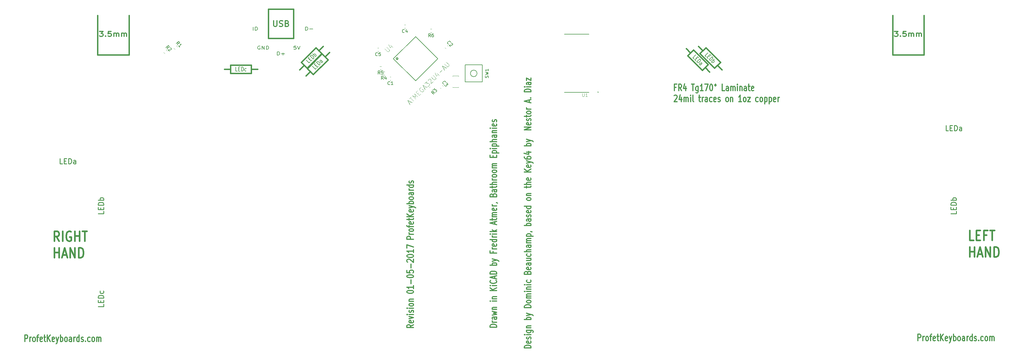
<source format=gto>
%TF.GenerationSoftware,KiCad,Pcbnew,(5.1.9)-1*%
%TF.CreationDate,2021-02-19T15:09:25+09:00*%
%TF.ProjectId,ErgoDOX,4572676f-444f-4582-9e6b-696361645f70,rev?*%
%TF.SameCoordinates,Original*%
%TF.FileFunction,Legend,Top*%
%TF.FilePolarity,Positive*%
%FSLAX46Y46*%
G04 Gerber Fmt 4.6, Leading zero omitted, Abs format (unit mm)*
G04 Created by KiCad (PCBNEW (5.1.9)-1) date 2021-02-19 15:09:25*
%MOMM*%
%LPD*%
G01*
G04 APERTURE LIST*
%ADD10C,0.203200*%
%ADD11C,0.304800*%
%ADD12C,0.508000*%
%ADD13C,0.381000*%
%ADD14C,0.120000*%
%ADD15C,0.127000*%
%ADD16C,0.200000*%
%ADD17C,0.254000*%
%ADD18C,0.150000*%
%ADD19C,0.015000*%
%ADD20C,0.050000*%
G04 APERTURE END LIST*
D10*
X144325400Y-35253809D02*
X144325400Y-34237809D01*
X144627781Y-34237809D01*
X144809210Y-34286190D01*
X144930162Y-34382951D01*
X144990638Y-34479713D01*
X145051114Y-34673237D01*
X145051114Y-34818380D01*
X144990638Y-35011904D01*
X144930162Y-35108666D01*
X144809210Y-35205428D01*
X144627781Y-35253809D01*
X144325400Y-35253809D01*
X145595400Y-34866761D02*
X146563019Y-34866761D01*
X128301750Y-35253809D02*
X128301750Y-34237809D01*
X128906511Y-35253809D02*
X128906511Y-34237809D01*
X129208892Y-34237809D01*
X129390321Y-34286190D01*
X129511273Y-34382951D01*
X129571750Y-34479713D01*
X129632226Y-34673237D01*
X129632226Y-34818380D01*
X129571750Y-35011904D01*
X129511273Y-35108666D01*
X129390321Y-35205428D01*
X129208892Y-35253809D01*
X128906511Y-35253809D01*
X130378320Y-40132000D02*
X130257368Y-40083619D01*
X130075940Y-40083619D01*
X129894511Y-40132000D01*
X129773559Y-40228761D01*
X129713082Y-40325523D01*
X129652606Y-40519047D01*
X129652606Y-40664190D01*
X129713082Y-40857714D01*
X129773559Y-40954476D01*
X129894511Y-41051238D01*
X130075940Y-41099619D01*
X130196892Y-41099619D01*
X130378320Y-41051238D01*
X130438797Y-41002857D01*
X130438797Y-40664190D01*
X130196892Y-40664190D01*
X130983082Y-41099619D02*
X130983082Y-40083619D01*
X131708797Y-41099619D01*
X131708797Y-40083619D01*
X132313559Y-41099619D02*
X132313559Y-40083619D01*
X132615940Y-40083619D01*
X132797368Y-40132000D01*
X132918320Y-40228761D01*
X132978797Y-40325523D01*
X133039273Y-40519047D01*
X133039273Y-40664190D01*
X132978797Y-40857714D01*
X132918320Y-40954476D01*
X132797368Y-41051238D01*
X132615940Y-41099619D01*
X132313559Y-41099619D01*
X128297940Y-35257619D02*
X128297940Y-34241619D01*
X128902701Y-35257619D02*
X128902701Y-34241619D01*
X129205082Y-34241619D01*
X129386511Y-34290000D01*
X129507463Y-34386761D01*
X129567940Y-34483523D01*
X129628416Y-34677047D01*
X129628416Y-34822190D01*
X129567940Y-35015714D01*
X129507463Y-35112476D01*
X129386511Y-35209238D01*
X129205082Y-35257619D01*
X128902701Y-35257619D01*
X135688130Y-42877619D02*
X135688130Y-41861619D01*
X135990511Y-41861619D01*
X136171940Y-41910000D01*
X136292892Y-42006761D01*
X136353368Y-42103523D01*
X136413844Y-42297047D01*
X136413844Y-42442190D01*
X136353368Y-42635714D01*
X136292892Y-42732476D01*
X136171940Y-42829238D01*
X135990511Y-42877619D01*
X135688130Y-42877619D01*
X136958130Y-42490571D02*
X137925749Y-42490571D01*
X137441940Y-42877619D02*
X137441940Y-42103523D01*
X141391035Y-40083619D02*
X140786273Y-40083619D01*
X140725797Y-40567428D01*
X140786273Y-40519047D01*
X140907225Y-40470666D01*
X141209606Y-40470666D01*
X141330559Y-40519047D01*
X141391035Y-40567428D01*
X141451511Y-40664190D01*
X141451511Y-40906095D01*
X141391035Y-41002857D01*
X141330559Y-41051238D01*
X141209606Y-41099619D01*
X140907225Y-41099619D01*
X140786273Y-41051238D01*
X140725797Y-41002857D01*
X141814368Y-40083619D02*
X142237701Y-41099619D01*
X142661035Y-40083619D01*
X144321590Y-35257619D02*
X144321590Y-34241619D01*
X144623971Y-34241619D01*
X144805400Y-34290000D01*
X144926352Y-34386761D01*
X144986828Y-34483523D01*
X145047304Y-34677047D01*
X145047304Y-34822190D01*
X144986828Y-35015714D01*
X144926352Y-35112476D01*
X144805400Y-35209238D01*
X144623971Y-35257619D01*
X144321590Y-35257619D01*
X145591590Y-34870571D02*
X146559209Y-34870571D01*
D11*
X257848463Y-52788457D02*
X257340463Y-52788457D01*
X257340463Y-53852838D02*
X257340463Y-51820838D01*
X258066177Y-51820838D01*
X259517606Y-53852838D02*
X259009606Y-52885219D01*
X258646748Y-53852838D02*
X258646748Y-51820838D01*
X259227320Y-51820838D01*
X259372463Y-51917600D01*
X259445034Y-52014361D01*
X259517606Y-52207885D01*
X259517606Y-52498171D01*
X259445034Y-52691695D01*
X259372463Y-52788457D01*
X259227320Y-52885219D01*
X258646748Y-52885219D01*
X260823891Y-52498171D02*
X260823891Y-53852838D01*
X260461034Y-51724076D02*
X260098177Y-53175504D01*
X261041606Y-53175504D01*
X262565606Y-51820838D02*
X263436463Y-51820838D01*
X263001034Y-53852838D02*
X263001034Y-51820838D01*
X264597606Y-52498171D02*
X264597606Y-54143123D01*
X264525034Y-54336647D01*
X264452463Y-54433409D01*
X264307320Y-54530171D01*
X264089606Y-54530171D01*
X263944463Y-54433409D01*
X264597606Y-53756076D02*
X264452463Y-53852838D01*
X264162177Y-53852838D01*
X264017034Y-53756076D01*
X263944463Y-53659314D01*
X263871891Y-53465790D01*
X263871891Y-52885219D01*
X263944463Y-52691695D01*
X264017034Y-52594933D01*
X264162177Y-52498171D01*
X264452463Y-52498171D01*
X264597606Y-52594933D01*
X266121606Y-53852838D02*
X265250748Y-53852838D01*
X265686177Y-53852838D02*
X265686177Y-51820838D01*
X265541034Y-52111123D01*
X265395891Y-52304647D01*
X265250748Y-52401409D01*
X266629606Y-51820838D02*
X267645606Y-51820838D01*
X266992463Y-53852838D01*
X268516463Y-51820838D02*
X268661606Y-51820838D01*
X268806748Y-51917600D01*
X268879320Y-52014361D01*
X268951891Y-52207885D01*
X269024463Y-52594933D01*
X269024463Y-53078742D01*
X268951891Y-53465790D01*
X268879320Y-53659314D01*
X268806748Y-53756076D01*
X268661606Y-53852838D01*
X268516463Y-53852838D01*
X268371320Y-53756076D01*
X268298748Y-53659314D01*
X268226177Y-53465790D01*
X268153606Y-53078742D01*
X268153606Y-52594933D01*
X268226177Y-52207885D01*
X268298748Y-52014361D01*
X268371320Y-51917600D01*
X268516463Y-51820838D01*
X269895320Y-51820838D02*
X269750177Y-51917600D01*
X269677606Y-52111123D01*
X269750177Y-52304647D01*
X269895320Y-52401409D01*
X270040463Y-52304647D01*
X270113034Y-52111123D01*
X270040463Y-51917600D01*
X269895320Y-51820838D01*
X272725606Y-53852838D02*
X271999891Y-53852838D01*
X271999891Y-51820838D01*
X273886748Y-53852838D02*
X273886748Y-52788457D01*
X273814177Y-52594933D01*
X273669034Y-52498171D01*
X273378748Y-52498171D01*
X273233606Y-52594933D01*
X273886748Y-53756076D02*
X273741606Y-53852838D01*
X273378748Y-53852838D01*
X273233606Y-53756076D01*
X273161034Y-53562552D01*
X273161034Y-53369028D01*
X273233606Y-53175504D01*
X273378748Y-53078742D01*
X273741606Y-53078742D01*
X273886748Y-52981980D01*
X274612463Y-53852838D02*
X274612463Y-52498171D01*
X274612463Y-52691695D02*
X274685034Y-52594933D01*
X274830177Y-52498171D01*
X275047891Y-52498171D01*
X275193034Y-52594933D01*
X275265606Y-52788457D01*
X275265606Y-53852838D01*
X275265606Y-52788457D02*
X275338177Y-52594933D01*
X275483320Y-52498171D01*
X275701034Y-52498171D01*
X275846177Y-52594933D01*
X275918748Y-52788457D01*
X275918748Y-53852838D01*
X276644463Y-53852838D02*
X276644463Y-52498171D01*
X276644463Y-51820838D02*
X276571891Y-51917600D01*
X276644463Y-52014361D01*
X276717034Y-51917600D01*
X276644463Y-51820838D01*
X276644463Y-52014361D01*
X277370177Y-52498171D02*
X277370177Y-53852838D01*
X277370177Y-52691695D02*
X277442748Y-52594933D01*
X277587891Y-52498171D01*
X277805606Y-52498171D01*
X277950748Y-52594933D01*
X278023320Y-52788457D01*
X278023320Y-53852838D01*
X279402177Y-53852838D02*
X279402177Y-52788457D01*
X279329606Y-52594933D01*
X279184463Y-52498171D01*
X278894177Y-52498171D01*
X278749034Y-52594933D01*
X279402177Y-53756076D02*
X279257034Y-53852838D01*
X278894177Y-53852838D01*
X278749034Y-53756076D01*
X278676463Y-53562552D01*
X278676463Y-53369028D01*
X278749034Y-53175504D01*
X278894177Y-53078742D01*
X279257034Y-53078742D01*
X279402177Y-52981980D01*
X279910177Y-52498171D02*
X280490748Y-52498171D01*
X280127891Y-51820838D02*
X280127891Y-53562552D01*
X280200463Y-53756076D01*
X280345606Y-53852838D01*
X280490748Y-53852838D01*
X281579320Y-53756076D02*
X281434177Y-53852838D01*
X281143891Y-53852838D01*
X280998748Y-53756076D01*
X280926177Y-53562552D01*
X280926177Y-52788457D01*
X280998748Y-52594933D01*
X281143891Y-52498171D01*
X281434177Y-52498171D01*
X281579320Y-52594933D01*
X281651891Y-52788457D01*
X281651891Y-52981980D01*
X280926177Y-53175504D01*
X257267891Y-55367161D02*
X257340463Y-55270400D01*
X257485606Y-55173638D01*
X257848463Y-55173638D01*
X257993606Y-55270400D01*
X258066177Y-55367161D01*
X258138748Y-55560685D01*
X258138748Y-55754209D01*
X258066177Y-56044495D01*
X257195320Y-57205638D01*
X258138748Y-57205638D01*
X259445034Y-55850971D02*
X259445034Y-57205638D01*
X259082177Y-55076876D02*
X258719320Y-56528304D01*
X259662748Y-56528304D01*
X260243320Y-57205638D02*
X260243320Y-55850971D01*
X260243320Y-56044495D02*
X260315891Y-55947733D01*
X260461034Y-55850971D01*
X260678748Y-55850971D01*
X260823891Y-55947733D01*
X260896463Y-56141257D01*
X260896463Y-57205638D01*
X260896463Y-56141257D02*
X260969034Y-55947733D01*
X261114177Y-55850971D01*
X261331891Y-55850971D01*
X261477034Y-55947733D01*
X261549606Y-56141257D01*
X261549606Y-57205638D01*
X262275320Y-57205638D02*
X262275320Y-55850971D01*
X262275320Y-55173638D02*
X262202748Y-55270400D01*
X262275320Y-55367161D01*
X262347891Y-55270400D01*
X262275320Y-55173638D01*
X262275320Y-55367161D01*
X263218748Y-57205638D02*
X263073606Y-57108876D01*
X263001034Y-56915352D01*
X263001034Y-55173638D01*
X264742748Y-55850971D02*
X265323320Y-55850971D01*
X264960463Y-55173638D02*
X264960463Y-56915352D01*
X265033034Y-57108876D01*
X265178177Y-57205638D01*
X265323320Y-57205638D01*
X265831320Y-57205638D02*
X265831320Y-55850971D01*
X265831320Y-56238019D02*
X265903891Y-56044495D01*
X265976463Y-55947733D01*
X266121606Y-55850971D01*
X266266748Y-55850971D01*
X267427891Y-57205638D02*
X267427891Y-56141257D01*
X267355320Y-55947733D01*
X267210177Y-55850971D01*
X266919891Y-55850971D01*
X266774748Y-55947733D01*
X267427891Y-57108876D02*
X267282748Y-57205638D01*
X266919891Y-57205638D01*
X266774748Y-57108876D01*
X266702177Y-56915352D01*
X266702177Y-56721828D01*
X266774748Y-56528304D01*
X266919891Y-56431542D01*
X267282748Y-56431542D01*
X267427891Y-56334780D01*
X268806748Y-57108876D02*
X268661606Y-57205638D01*
X268371320Y-57205638D01*
X268226177Y-57108876D01*
X268153606Y-57012114D01*
X268081034Y-56818590D01*
X268081034Y-56238019D01*
X268153606Y-56044495D01*
X268226177Y-55947733D01*
X268371320Y-55850971D01*
X268661606Y-55850971D01*
X268806748Y-55947733D01*
X270040463Y-57108876D02*
X269895320Y-57205638D01*
X269605034Y-57205638D01*
X269459891Y-57108876D01*
X269387320Y-56915352D01*
X269387320Y-56141257D01*
X269459891Y-55947733D01*
X269605034Y-55850971D01*
X269895320Y-55850971D01*
X270040463Y-55947733D01*
X270113034Y-56141257D01*
X270113034Y-56334780D01*
X269387320Y-56528304D01*
X270693606Y-57108876D02*
X270838748Y-57205638D01*
X271129034Y-57205638D01*
X271274177Y-57108876D01*
X271346748Y-56915352D01*
X271346748Y-56818590D01*
X271274177Y-56625066D01*
X271129034Y-56528304D01*
X270911320Y-56528304D01*
X270766177Y-56431542D01*
X270693606Y-56238019D01*
X270693606Y-56141257D01*
X270766177Y-55947733D01*
X270911320Y-55850971D01*
X271129034Y-55850971D01*
X271274177Y-55947733D01*
X273378748Y-57205638D02*
X273233606Y-57108876D01*
X273161034Y-57012114D01*
X273088463Y-56818590D01*
X273088463Y-56238019D01*
X273161034Y-56044495D01*
X273233606Y-55947733D01*
X273378748Y-55850971D01*
X273596463Y-55850971D01*
X273741606Y-55947733D01*
X273814177Y-56044495D01*
X273886748Y-56238019D01*
X273886748Y-56818590D01*
X273814177Y-57012114D01*
X273741606Y-57108876D01*
X273596463Y-57205638D01*
X273378748Y-57205638D01*
X274539891Y-55850971D02*
X274539891Y-57205638D01*
X274539891Y-56044495D02*
X274612463Y-55947733D01*
X274757606Y-55850971D01*
X274975320Y-55850971D01*
X275120463Y-55947733D01*
X275193034Y-56141257D01*
X275193034Y-57205638D01*
X277878177Y-57205638D02*
X277007320Y-57205638D01*
X277442748Y-57205638D02*
X277442748Y-55173638D01*
X277297606Y-55463923D01*
X277152463Y-55657447D01*
X277007320Y-55754209D01*
X278749034Y-57205638D02*
X278603891Y-57108876D01*
X278531320Y-57012114D01*
X278458748Y-56818590D01*
X278458748Y-56238019D01*
X278531320Y-56044495D01*
X278603891Y-55947733D01*
X278749034Y-55850971D01*
X278966748Y-55850971D01*
X279111891Y-55947733D01*
X279184463Y-56044495D01*
X279257034Y-56238019D01*
X279257034Y-56818590D01*
X279184463Y-57012114D01*
X279111891Y-57108876D01*
X278966748Y-57205638D01*
X278749034Y-57205638D01*
X279765034Y-55850971D02*
X280563320Y-55850971D01*
X279765034Y-57205638D01*
X280563320Y-57205638D01*
X282958177Y-57108876D02*
X282813034Y-57205638D01*
X282522748Y-57205638D01*
X282377606Y-57108876D01*
X282305034Y-57012114D01*
X282232463Y-56818590D01*
X282232463Y-56238019D01*
X282305034Y-56044495D01*
X282377606Y-55947733D01*
X282522748Y-55850971D01*
X282813034Y-55850971D01*
X282958177Y-55947733D01*
X283829034Y-57205638D02*
X283683891Y-57108876D01*
X283611320Y-57012114D01*
X283538748Y-56818590D01*
X283538748Y-56238019D01*
X283611320Y-56044495D01*
X283683891Y-55947733D01*
X283829034Y-55850971D01*
X284046748Y-55850971D01*
X284191891Y-55947733D01*
X284264463Y-56044495D01*
X284337034Y-56238019D01*
X284337034Y-56818590D01*
X284264463Y-57012114D01*
X284191891Y-57108876D01*
X284046748Y-57205638D01*
X283829034Y-57205638D01*
X284990177Y-55850971D02*
X284990177Y-57882971D01*
X284990177Y-55947733D02*
X285135320Y-55850971D01*
X285425606Y-55850971D01*
X285570748Y-55947733D01*
X285643320Y-56044495D01*
X285715891Y-56238019D01*
X285715891Y-56818590D01*
X285643320Y-57012114D01*
X285570748Y-57108876D01*
X285425606Y-57205638D01*
X285135320Y-57205638D01*
X284990177Y-57108876D01*
X286369034Y-55850971D02*
X286369034Y-57882971D01*
X286369034Y-55947733D02*
X286514177Y-55850971D01*
X286804463Y-55850971D01*
X286949606Y-55947733D01*
X287022177Y-56044495D01*
X287094748Y-56238019D01*
X287094748Y-56818590D01*
X287022177Y-57012114D01*
X286949606Y-57108876D01*
X286804463Y-57205638D01*
X286514177Y-57205638D01*
X286369034Y-57108876D01*
X288328463Y-57108876D02*
X288183320Y-57205638D01*
X287893034Y-57205638D01*
X287747891Y-57108876D01*
X287675320Y-56915352D01*
X287675320Y-56141257D01*
X287747891Y-55947733D01*
X287893034Y-55850971D01*
X288183320Y-55850971D01*
X288328463Y-55947733D01*
X288401034Y-56141257D01*
X288401034Y-56334780D01*
X287675320Y-56528304D01*
X289054177Y-57205638D02*
X289054177Y-55850971D01*
X289054177Y-56238019D02*
X289126748Y-56044495D01*
X289199320Y-55947733D01*
X289344463Y-55850971D01*
X289489606Y-55850971D01*
X331948685Y-130649238D02*
X331948685Y-128617238D01*
X332529257Y-128617238D01*
X332674400Y-128714000D01*
X332746971Y-128810761D01*
X332819542Y-129004285D01*
X332819542Y-129294571D01*
X332746971Y-129488095D01*
X332674400Y-129584857D01*
X332529257Y-129681619D01*
X331948685Y-129681619D01*
X333472685Y-130649238D02*
X333472685Y-129294571D01*
X333472685Y-129681619D02*
X333545257Y-129488095D01*
X333617828Y-129391333D01*
X333762971Y-129294571D01*
X333908114Y-129294571D01*
X334633828Y-130649238D02*
X334488685Y-130552476D01*
X334416114Y-130455714D01*
X334343542Y-130262190D01*
X334343542Y-129681619D01*
X334416114Y-129488095D01*
X334488685Y-129391333D01*
X334633828Y-129294571D01*
X334851542Y-129294571D01*
X334996685Y-129391333D01*
X335069257Y-129488095D01*
X335141828Y-129681619D01*
X335141828Y-130262190D01*
X335069257Y-130455714D01*
X334996685Y-130552476D01*
X334851542Y-130649238D01*
X334633828Y-130649238D01*
X335577257Y-129294571D02*
X336157828Y-129294571D01*
X335794971Y-130649238D02*
X335794971Y-128907523D01*
X335867542Y-128714000D01*
X336012685Y-128617238D01*
X336157828Y-128617238D01*
X337246400Y-130552476D02*
X337101257Y-130649238D01*
X336810971Y-130649238D01*
X336665828Y-130552476D01*
X336593257Y-130358952D01*
X336593257Y-129584857D01*
X336665828Y-129391333D01*
X336810971Y-129294571D01*
X337101257Y-129294571D01*
X337246400Y-129391333D01*
X337318971Y-129584857D01*
X337318971Y-129778380D01*
X336593257Y-129971904D01*
X337754400Y-129294571D02*
X338334971Y-129294571D01*
X337972114Y-128617238D02*
X337972114Y-130358952D01*
X338044685Y-130552476D01*
X338189828Y-130649238D01*
X338334971Y-130649238D01*
X338842971Y-130649238D02*
X338842971Y-128617238D01*
X339713828Y-130649238D02*
X339060685Y-129488095D01*
X339713828Y-128617238D02*
X338842971Y-129778380D01*
X340947542Y-130552476D02*
X340802400Y-130649238D01*
X340512114Y-130649238D01*
X340366971Y-130552476D01*
X340294400Y-130358952D01*
X340294400Y-129584857D01*
X340366971Y-129391333D01*
X340512114Y-129294571D01*
X340802400Y-129294571D01*
X340947542Y-129391333D01*
X341020114Y-129584857D01*
X341020114Y-129778380D01*
X340294400Y-129971904D01*
X341528114Y-129294571D02*
X341890971Y-130649238D01*
X342253828Y-129294571D02*
X341890971Y-130649238D01*
X341745828Y-131133047D01*
X341673257Y-131229809D01*
X341528114Y-131326571D01*
X342834400Y-130649238D02*
X342834400Y-128617238D01*
X342834400Y-129391333D02*
X342979542Y-129294571D01*
X343269828Y-129294571D01*
X343414971Y-129391333D01*
X343487542Y-129488095D01*
X343560114Y-129681619D01*
X343560114Y-130262190D01*
X343487542Y-130455714D01*
X343414971Y-130552476D01*
X343269828Y-130649238D01*
X342979542Y-130649238D01*
X342834400Y-130552476D01*
X344430971Y-130649238D02*
X344285828Y-130552476D01*
X344213257Y-130455714D01*
X344140685Y-130262190D01*
X344140685Y-129681619D01*
X344213257Y-129488095D01*
X344285828Y-129391333D01*
X344430971Y-129294571D01*
X344648685Y-129294571D01*
X344793828Y-129391333D01*
X344866400Y-129488095D01*
X344938971Y-129681619D01*
X344938971Y-130262190D01*
X344866400Y-130455714D01*
X344793828Y-130552476D01*
X344648685Y-130649238D01*
X344430971Y-130649238D01*
X346245257Y-130649238D02*
X346245257Y-129584857D01*
X346172685Y-129391333D01*
X346027542Y-129294571D01*
X345737257Y-129294571D01*
X345592114Y-129391333D01*
X346245257Y-130552476D02*
X346100114Y-130649238D01*
X345737257Y-130649238D01*
X345592114Y-130552476D01*
X345519542Y-130358952D01*
X345519542Y-130165428D01*
X345592114Y-129971904D01*
X345737257Y-129875142D01*
X346100114Y-129875142D01*
X346245257Y-129778380D01*
X346970971Y-130649238D02*
X346970971Y-129294571D01*
X346970971Y-129681619D02*
X347043542Y-129488095D01*
X347116114Y-129391333D01*
X347261257Y-129294571D01*
X347406400Y-129294571D01*
X348567542Y-130649238D02*
X348567542Y-128617238D01*
X348567542Y-130552476D02*
X348422400Y-130649238D01*
X348132114Y-130649238D01*
X347986971Y-130552476D01*
X347914400Y-130455714D01*
X347841828Y-130262190D01*
X347841828Y-129681619D01*
X347914400Y-129488095D01*
X347986971Y-129391333D01*
X348132114Y-129294571D01*
X348422400Y-129294571D01*
X348567542Y-129391333D01*
X349220685Y-130552476D02*
X349365828Y-130649238D01*
X349656114Y-130649238D01*
X349801257Y-130552476D01*
X349873828Y-130358952D01*
X349873828Y-130262190D01*
X349801257Y-130068666D01*
X349656114Y-129971904D01*
X349438400Y-129971904D01*
X349293257Y-129875142D01*
X349220685Y-129681619D01*
X349220685Y-129584857D01*
X349293257Y-129391333D01*
X349438400Y-129294571D01*
X349656114Y-129294571D01*
X349801257Y-129391333D01*
X350526971Y-130455714D02*
X350599542Y-130552476D01*
X350526971Y-130649238D01*
X350454400Y-130552476D01*
X350526971Y-130455714D01*
X350526971Y-130649238D01*
X351905828Y-130552476D02*
X351760685Y-130649238D01*
X351470400Y-130649238D01*
X351325257Y-130552476D01*
X351252685Y-130455714D01*
X351180114Y-130262190D01*
X351180114Y-129681619D01*
X351252685Y-129488095D01*
X351325257Y-129391333D01*
X351470400Y-129294571D01*
X351760685Y-129294571D01*
X351905828Y-129391333D01*
X352776685Y-130649238D02*
X352631542Y-130552476D01*
X352558971Y-130455714D01*
X352486400Y-130262190D01*
X352486400Y-129681619D01*
X352558971Y-129488095D01*
X352631542Y-129391333D01*
X352776685Y-129294571D01*
X352994400Y-129294571D01*
X353139542Y-129391333D01*
X353212114Y-129488095D01*
X353284685Y-129681619D01*
X353284685Y-130262190D01*
X353212114Y-130455714D01*
X353139542Y-130552476D01*
X352994400Y-130649238D01*
X352776685Y-130649238D01*
X353937828Y-130649238D02*
X353937828Y-129294571D01*
X353937828Y-129488095D02*
X354010400Y-129391333D01*
X354155542Y-129294571D01*
X354373257Y-129294571D01*
X354518400Y-129391333D01*
X354590971Y-129584857D01*
X354590971Y-130649238D01*
X354590971Y-129584857D02*
X354663542Y-129391333D01*
X354808685Y-129294571D01*
X355026400Y-129294571D01*
X355171542Y-129391333D01*
X355244114Y-129584857D01*
X355244114Y-130649238D01*
D12*
X349012933Y-99803857D02*
X347803409Y-99803857D01*
X347803409Y-96755857D01*
X349859600Y-98207285D02*
X350706267Y-98207285D01*
X351069124Y-99803857D02*
X349859600Y-99803857D01*
X349859600Y-96755857D01*
X351069124Y-96755857D01*
X353004362Y-98207285D02*
X352157695Y-98207285D01*
X352157695Y-99803857D02*
X352157695Y-96755857D01*
X353367219Y-96755857D01*
X353971981Y-96755857D02*
X355423409Y-96755857D01*
X354697695Y-99803857D02*
X354697695Y-96755857D01*
X347803409Y-104883857D02*
X347803409Y-101835857D01*
X347803409Y-103287285D02*
X349254838Y-103287285D01*
X349254838Y-104883857D02*
X349254838Y-101835857D01*
X350343409Y-104013000D02*
X351552933Y-104013000D01*
X350101505Y-104883857D02*
X350948171Y-101835857D01*
X351794838Y-104883857D01*
X352641505Y-104883857D02*
X352641505Y-101835857D01*
X354092933Y-104883857D01*
X354092933Y-101835857D01*
X355302457Y-104883857D02*
X355302457Y-101835857D01*
X355907219Y-101835857D01*
X356270076Y-101981000D01*
X356511981Y-102271285D01*
X356632933Y-102561571D01*
X356753886Y-103142142D01*
X356753886Y-103577571D01*
X356632933Y-104158142D01*
X356511981Y-104448428D01*
X356270076Y-104738714D01*
X355907219Y-104883857D01*
X355302457Y-104883857D01*
D11*
X213415638Y-132841999D02*
X211383638Y-132841999D01*
X211383638Y-132479142D01*
X211480400Y-132261428D01*
X211673923Y-132116285D01*
X211867447Y-132043714D01*
X212254495Y-131971142D01*
X212544780Y-131971142D01*
X212931828Y-132043714D01*
X213125352Y-132116285D01*
X213318876Y-132261428D01*
X213415638Y-132479142D01*
X213415638Y-132841999D01*
X213318876Y-130737428D02*
X213415638Y-130882571D01*
X213415638Y-131172857D01*
X213318876Y-131317999D01*
X213125352Y-131390571D01*
X212351257Y-131390571D01*
X212157733Y-131317999D01*
X212060971Y-131172857D01*
X212060971Y-130882571D01*
X212157733Y-130737428D01*
X212351257Y-130664857D01*
X212544780Y-130664857D01*
X212738304Y-131390571D01*
X213318876Y-130084285D02*
X213415638Y-129939142D01*
X213415638Y-129648857D01*
X213318876Y-129503714D01*
X213125352Y-129431142D01*
X213028590Y-129431142D01*
X212835066Y-129503714D01*
X212738304Y-129648857D01*
X212738304Y-129866571D01*
X212641542Y-130011714D01*
X212448019Y-130084285D01*
X212351257Y-130084285D01*
X212157733Y-130011714D01*
X212060971Y-129866571D01*
X212060971Y-129648857D01*
X212157733Y-129503714D01*
X213415638Y-128777999D02*
X212060971Y-128777999D01*
X211383638Y-128777999D02*
X211480400Y-128850571D01*
X211577161Y-128777999D01*
X211480400Y-128705428D01*
X211383638Y-128777999D01*
X211577161Y-128777999D01*
X212060971Y-127399142D02*
X213705923Y-127399142D01*
X213899447Y-127471714D01*
X213996209Y-127544285D01*
X214092971Y-127689428D01*
X214092971Y-127907142D01*
X213996209Y-128052285D01*
X213318876Y-127399142D02*
X213415638Y-127544285D01*
X213415638Y-127834571D01*
X213318876Y-127979714D01*
X213222114Y-128052285D01*
X213028590Y-128124857D01*
X212448019Y-128124857D01*
X212254495Y-128052285D01*
X212157733Y-127979714D01*
X212060971Y-127834571D01*
X212060971Y-127544285D01*
X212157733Y-127399142D01*
X212060971Y-126673428D02*
X213415638Y-126673428D01*
X212254495Y-126673428D02*
X212157733Y-126600857D01*
X212060971Y-126455714D01*
X212060971Y-126237999D01*
X212157733Y-126092857D01*
X212351257Y-126020285D01*
X213415638Y-126020285D01*
X213415638Y-124133428D02*
X211383638Y-124133428D01*
X212157733Y-124133428D02*
X212060971Y-123988285D01*
X212060971Y-123697999D01*
X212157733Y-123552857D01*
X212254495Y-123480285D01*
X212448019Y-123407714D01*
X213028590Y-123407714D01*
X213222114Y-123480285D01*
X213318876Y-123552857D01*
X213415638Y-123697999D01*
X213415638Y-123988285D01*
X213318876Y-124133428D01*
X212060971Y-122899714D02*
X213415638Y-122536857D01*
X212060971Y-122173999D02*
X213415638Y-122536857D01*
X213899447Y-122681999D01*
X213996209Y-122754571D01*
X214092971Y-122899714D01*
X213415638Y-120432285D02*
X211383638Y-120432285D01*
X211383638Y-120069428D01*
X211480400Y-119851714D01*
X211673923Y-119706571D01*
X211867447Y-119633999D01*
X212254495Y-119561428D01*
X212544780Y-119561428D01*
X212931828Y-119633999D01*
X213125352Y-119706571D01*
X213318876Y-119851714D01*
X213415638Y-120069428D01*
X213415638Y-120432285D01*
X213415638Y-118690571D02*
X213318876Y-118835714D01*
X213222114Y-118908285D01*
X213028590Y-118980857D01*
X212448019Y-118980857D01*
X212254495Y-118908285D01*
X212157733Y-118835714D01*
X212060971Y-118690571D01*
X212060971Y-118472857D01*
X212157733Y-118327714D01*
X212254495Y-118255142D01*
X212448019Y-118182571D01*
X213028590Y-118182571D01*
X213222114Y-118255142D01*
X213318876Y-118327714D01*
X213415638Y-118472857D01*
X213415638Y-118690571D01*
X213415638Y-117529428D02*
X212060971Y-117529428D01*
X212254495Y-117529428D02*
X212157733Y-117456857D01*
X212060971Y-117311714D01*
X212060971Y-117093999D01*
X212157733Y-116948857D01*
X212351257Y-116876285D01*
X213415638Y-116876285D01*
X212351257Y-116876285D02*
X212157733Y-116803714D01*
X212060971Y-116658571D01*
X212060971Y-116440857D01*
X212157733Y-116295714D01*
X212351257Y-116223142D01*
X213415638Y-116223142D01*
X213415638Y-115497428D02*
X212060971Y-115497428D01*
X211383638Y-115497428D02*
X211480400Y-115569999D01*
X211577161Y-115497428D01*
X211480400Y-115424857D01*
X211383638Y-115497428D01*
X211577161Y-115497428D01*
X212060971Y-114771714D02*
X213415638Y-114771714D01*
X212254495Y-114771714D02*
X212157733Y-114699142D01*
X212060971Y-114553999D01*
X212060971Y-114336285D01*
X212157733Y-114191142D01*
X212351257Y-114118571D01*
X213415638Y-114118571D01*
X213415638Y-113392857D02*
X212060971Y-113392857D01*
X211383638Y-113392857D02*
X211480400Y-113465428D01*
X211577161Y-113392857D01*
X211480400Y-113320285D01*
X211383638Y-113392857D01*
X211577161Y-113392857D01*
X213318876Y-112013999D02*
X213415638Y-112159142D01*
X213415638Y-112449428D01*
X213318876Y-112594571D01*
X213222114Y-112667142D01*
X213028590Y-112739714D01*
X212448019Y-112739714D01*
X212254495Y-112667142D01*
X212157733Y-112594571D01*
X212060971Y-112449428D01*
X212060971Y-112159142D01*
X212157733Y-112013999D01*
X212351257Y-109691714D02*
X212448019Y-109473999D01*
X212544780Y-109401428D01*
X212738304Y-109328857D01*
X213028590Y-109328857D01*
X213222114Y-109401428D01*
X213318876Y-109473999D01*
X213415638Y-109619142D01*
X213415638Y-110199714D01*
X211383638Y-110199714D01*
X211383638Y-109691714D01*
X211480400Y-109546571D01*
X211577161Y-109473999D01*
X211770685Y-109401428D01*
X211964209Y-109401428D01*
X212157733Y-109473999D01*
X212254495Y-109546571D01*
X212351257Y-109691714D01*
X212351257Y-110199714D01*
X213318876Y-108095142D02*
X213415638Y-108240285D01*
X213415638Y-108530571D01*
X213318876Y-108675714D01*
X213125352Y-108748285D01*
X212351257Y-108748285D01*
X212157733Y-108675714D01*
X212060971Y-108530571D01*
X212060971Y-108240285D01*
X212157733Y-108095142D01*
X212351257Y-108022571D01*
X212544780Y-108022571D01*
X212738304Y-108748285D01*
X213415638Y-106716285D02*
X212351257Y-106716285D01*
X212157733Y-106788857D01*
X212060971Y-106933999D01*
X212060971Y-107224285D01*
X212157733Y-107369428D01*
X213318876Y-106716285D02*
X213415638Y-106861428D01*
X213415638Y-107224285D01*
X213318876Y-107369428D01*
X213125352Y-107441999D01*
X212931828Y-107441999D01*
X212738304Y-107369428D01*
X212641542Y-107224285D01*
X212641542Y-106861428D01*
X212544780Y-106716285D01*
X212060971Y-105337428D02*
X213415638Y-105337428D01*
X212060971Y-105990571D02*
X213125352Y-105990571D01*
X213318876Y-105917999D01*
X213415638Y-105772857D01*
X213415638Y-105555142D01*
X213318876Y-105409999D01*
X213222114Y-105337428D01*
X213318876Y-103958571D02*
X213415638Y-104103714D01*
X213415638Y-104393999D01*
X213318876Y-104539142D01*
X213222114Y-104611714D01*
X213028590Y-104684285D01*
X212448019Y-104684285D01*
X212254495Y-104611714D01*
X212157733Y-104539142D01*
X212060971Y-104393999D01*
X212060971Y-104103714D01*
X212157733Y-103958571D01*
X213415638Y-103305428D02*
X211383638Y-103305428D01*
X213415638Y-102652285D02*
X212351257Y-102652285D01*
X212157733Y-102724857D01*
X212060971Y-102869999D01*
X212060971Y-103087714D01*
X212157733Y-103232857D01*
X212254495Y-103305428D01*
X213415638Y-101273428D02*
X212351257Y-101273428D01*
X212157733Y-101345999D01*
X212060971Y-101491142D01*
X212060971Y-101781428D01*
X212157733Y-101926571D01*
X213318876Y-101273428D02*
X213415638Y-101418571D01*
X213415638Y-101781428D01*
X213318876Y-101926571D01*
X213125352Y-101999142D01*
X212931828Y-101999142D01*
X212738304Y-101926571D01*
X212641542Y-101781428D01*
X212641542Y-101418571D01*
X212544780Y-101273428D01*
X213415638Y-100547714D02*
X212060971Y-100547714D01*
X212254495Y-100547714D02*
X212157733Y-100475142D01*
X212060971Y-100329999D01*
X212060971Y-100112285D01*
X212157733Y-99967142D01*
X212351257Y-99894571D01*
X213415638Y-99894571D01*
X212351257Y-99894571D02*
X212157733Y-99821999D01*
X212060971Y-99676857D01*
X212060971Y-99459142D01*
X212157733Y-99313999D01*
X212351257Y-99241428D01*
X213415638Y-99241428D01*
X212060971Y-98515714D02*
X214092971Y-98515714D01*
X212157733Y-98515714D02*
X212060971Y-98370571D01*
X212060971Y-98080285D01*
X212157733Y-97935142D01*
X212254495Y-97862571D01*
X212448019Y-97789999D01*
X213028590Y-97789999D01*
X213222114Y-97862571D01*
X213318876Y-97935142D01*
X213415638Y-98080285D01*
X213415638Y-98370571D01*
X213318876Y-98515714D01*
X213318876Y-97064285D02*
X213415638Y-97064285D01*
X213609161Y-97136857D01*
X213705923Y-97209428D01*
X213415638Y-95249999D02*
X211383638Y-95249999D01*
X212157733Y-95249999D02*
X212060971Y-95104857D01*
X212060971Y-94814571D01*
X212157733Y-94669428D01*
X212254495Y-94596857D01*
X212448019Y-94524285D01*
X213028590Y-94524285D01*
X213222114Y-94596857D01*
X213318876Y-94669428D01*
X213415638Y-94814571D01*
X213415638Y-95104857D01*
X213318876Y-95249999D01*
X213415638Y-93217999D02*
X212351257Y-93217999D01*
X212157733Y-93290571D01*
X212060971Y-93435714D01*
X212060971Y-93725999D01*
X212157733Y-93871142D01*
X213318876Y-93217999D02*
X213415638Y-93363142D01*
X213415638Y-93725999D01*
X213318876Y-93871142D01*
X213125352Y-93943714D01*
X212931828Y-93943714D01*
X212738304Y-93871142D01*
X212641542Y-93725999D01*
X212641542Y-93363142D01*
X212544780Y-93217999D01*
X213318876Y-92564857D02*
X213415638Y-92419714D01*
X213415638Y-92129428D01*
X213318876Y-91984285D01*
X213125352Y-91911714D01*
X213028590Y-91911714D01*
X212835066Y-91984285D01*
X212738304Y-92129428D01*
X212738304Y-92347142D01*
X212641542Y-92492285D01*
X212448019Y-92564857D01*
X212351257Y-92564857D01*
X212157733Y-92492285D01*
X212060971Y-92347142D01*
X212060971Y-92129428D01*
X212157733Y-91984285D01*
X213318876Y-90677999D02*
X213415638Y-90823142D01*
X213415638Y-91113428D01*
X213318876Y-91258571D01*
X213125352Y-91331142D01*
X212351257Y-91331142D01*
X212157733Y-91258571D01*
X212060971Y-91113428D01*
X212060971Y-90823142D01*
X212157733Y-90677999D01*
X212351257Y-90605428D01*
X212544780Y-90605428D01*
X212738304Y-91331142D01*
X213415638Y-89299142D02*
X211383638Y-89299142D01*
X213318876Y-89299142D02*
X213415638Y-89444285D01*
X213415638Y-89734571D01*
X213318876Y-89879714D01*
X213222114Y-89952285D01*
X213028590Y-90024857D01*
X212448019Y-90024857D01*
X212254495Y-89952285D01*
X212157733Y-89879714D01*
X212060971Y-89734571D01*
X212060971Y-89444285D01*
X212157733Y-89299142D01*
X213415638Y-87194571D02*
X213318876Y-87339714D01*
X213222114Y-87412285D01*
X213028590Y-87484857D01*
X212448019Y-87484857D01*
X212254495Y-87412285D01*
X212157733Y-87339714D01*
X212060971Y-87194571D01*
X212060971Y-86976857D01*
X212157733Y-86831714D01*
X212254495Y-86759142D01*
X212448019Y-86686571D01*
X213028590Y-86686571D01*
X213222114Y-86759142D01*
X213318876Y-86831714D01*
X213415638Y-86976857D01*
X213415638Y-87194571D01*
X212060971Y-86033428D02*
X213415638Y-86033428D01*
X212254495Y-86033428D02*
X212157733Y-85960857D01*
X212060971Y-85815714D01*
X212060971Y-85597999D01*
X212157733Y-85452857D01*
X212351257Y-85380285D01*
X213415638Y-85380285D01*
X212060971Y-83711142D02*
X212060971Y-83130571D01*
X211383638Y-83493428D02*
X213125352Y-83493428D01*
X213318876Y-83420857D01*
X213415638Y-83275714D01*
X213415638Y-83130571D01*
X213415638Y-82622571D02*
X211383638Y-82622571D01*
X213415638Y-81969428D02*
X212351257Y-81969428D01*
X212157733Y-82041999D01*
X212060971Y-82187142D01*
X212060971Y-82404857D01*
X212157733Y-82549999D01*
X212254495Y-82622571D01*
X213318876Y-80663142D02*
X213415638Y-80808285D01*
X213415638Y-81098571D01*
X213318876Y-81243714D01*
X213125352Y-81316285D01*
X212351257Y-81316285D01*
X212157733Y-81243714D01*
X212060971Y-81098571D01*
X212060971Y-80808285D01*
X212157733Y-80663142D01*
X212351257Y-80590571D01*
X212544780Y-80590571D01*
X212738304Y-81316285D01*
X213415638Y-78776285D02*
X211383638Y-78776285D01*
X213415638Y-77905428D02*
X212254495Y-78558571D01*
X211383638Y-77905428D02*
X212544780Y-78776285D01*
X213318876Y-76671714D02*
X213415638Y-76816857D01*
X213415638Y-77107142D01*
X213318876Y-77252285D01*
X213125352Y-77324857D01*
X212351257Y-77324857D01*
X212157733Y-77252285D01*
X212060971Y-77107142D01*
X212060971Y-76816857D01*
X212157733Y-76671714D01*
X212351257Y-76599142D01*
X212544780Y-76599142D01*
X212738304Y-77324857D01*
X212060971Y-76091142D02*
X213415638Y-75728285D01*
X212060971Y-75365428D02*
X213415638Y-75728285D01*
X213899447Y-75873428D01*
X213996209Y-75945999D01*
X214092971Y-76091142D01*
X211383638Y-74131714D02*
X211383638Y-74421999D01*
X211480400Y-74567142D01*
X211577161Y-74639714D01*
X211867447Y-74784857D01*
X212254495Y-74857428D01*
X213028590Y-74857428D01*
X213222114Y-74784857D01*
X213318876Y-74712285D01*
X213415638Y-74567142D01*
X213415638Y-74276857D01*
X213318876Y-74131714D01*
X213222114Y-74059142D01*
X213028590Y-73986571D01*
X212544780Y-73986571D01*
X212351257Y-74059142D01*
X212254495Y-74131714D01*
X212157733Y-74276857D01*
X212157733Y-74567142D01*
X212254495Y-74712285D01*
X212351257Y-74784857D01*
X212544780Y-74857428D01*
X212060971Y-72680285D02*
X213415638Y-72680285D01*
X211286876Y-73043142D02*
X212738304Y-73405999D01*
X212738304Y-72462571D01*
X213415638Y-70720857D02*
X211383638Y-70720857D01*
X212157733Y-70720857D02*
X212060971Y-70575714D01*
X212060971Y-70285428D01*
X212157733Y-70140285D01*
X212254495Y-70067714D01*
X212448019Y-69995142D01*
X213028590Y-69995142D01*
X213222114Y-70067714D01*
X213318876Y-70140285D01*
X213415638Y-70285428D01*
X213415638Y-70575714D01*
X213318876Y-70720857D01*
X212060971Y-69487142D02*
X213415638Y-69124285D01*
X212060971Y-68761428D02*
X213415638Y-69124285D01*
X213899447Y-69269428D01*
X213996209Y-69341999D01*
X214092971Y-69487142D01*
X213415638Y-65858571D02*
X211383638Y-65858571D01*
X213415638Y-64987714D01*
X211383638Y-64987714D01*
X213318876Y-63681428D02*
X213415638Y-63826571D01*
X213415638Y-64116857D01*
X213318876Y-64261999D01*
X213125352Y-64334571D01*
X212351257Y-64334571D01*
X212157733Y-64261999D01*
X212060971Y-64116857D01*
X212060971Y-63826571D01*
X212157733Y-63681428D01*
X212351257Y-63608857D01*
X212544780Y-63608857D01*
X212738304Y-64334571D01*
X213318876Y-63028285D02*
X213415638Y-62883142D01*
X213415638Y-62592857D01*
X213318876Y-62447714D01*
X213125352Y-62375142D01*
X213028590Y-62375142D01*
X212835066Y-62447714D01*
X212738304Y-62592857D01*
X212738304Y-62810571D01*
X212641542Y-62955714D01*
X212448019Y-63028285D01*
X212351257Y-63028285D01*
X212157733Y-62955714D01*
X212060971Y-62810571D01*
X212060971Y-62592857D01*
X212157733Y-62447714D01*
X212060971Y-61939714D02*
X212060971Y-61359142D01*
X211383638Y-61721999D02*
X213125352Y-61721999D01*
X213318876Y-61649428D01*
X213415638Y-61504285D01*
X213415638Y-61359142D01*
X213415638Y-60633428D02*
X213318876Y-60778571D01*
X213222114Y-60851142D01*
X213028590Y-60923714D01*
X212448019Y-60923714D01*
X212254495Y-60851142D01*
X212157733Y-60778571D01*
X212060971Y-60633428D01*
X212060971Y-60415714D01*
X212157733Y-60270571D01*
X212254495Y-60197999D01*
X212448019Y-60125428D01*
X213028590Y-60125428D01*
X213222114Y-60197999D01*
X213318876Y-60270571D01*
X213415638Y-60415714D01*
X213415638Y-60633428D01*
X213415638Y-59472285D02*
X212060971Y-59472285D01*
X212448019Y-59472285D02*
X212254495Y-59399714D01*
X212157733Y-59327142D01*
X212060971Y-59181999D01*
X212060971Y-59036857D01*
X212835066Y-57440285D02*
X212835066Y-56714571D01*
X213415638Y-57585428D02*
X211383638Y-57077428D01*
X213415638Y-56569428D01*
X213222114Y-56061428D02*
X213318876Y-55988857D01*
X213415638Y-56061428D01*
X213318876Y-56133999D01*
X213222114Y-56061428D01*
X213415638Y-56061428D01*
X213415638Y-54174571D02*
X211383638Y-54174571D01*
X211383638Y-53811714D01*
X211480400Y-53593999D01*
X211673923Y-53448857D01*
X211867447Y-53376285D01*
X212254495Y-53303714D01*
X212544780Y-53303714D01*
X212931828Y-53376285D01*
X213125352Y-53448857D01*
X213318876Y-53593999D01*
X213415638Y-53811714D01*
X213415638Y-54174571D01*
X213415638Y-52650571D02*
X212060971Y-52650571D01*
X211383638Y-52650571D02*
X211480400Y-52723142D01*
X211577161Y-52650571D01*
X211480400Y-52577999D01*
X211383638Y-52650571D01*
X211577161Y-52650571D01*
X213415638Y-51271714D02*
X212351257Y-51271714D01*
X212157733Y-51344285D01*
X212060971Y-51489428D01*
X212060971Y-51779714D01*
X212157733Y-51924857D01*
X213318876Y-51271714D02*
X213415638Y-51416857D01*
X213415638Y-51779714D01*
X213318876Y-51924857D01*
X213125352Y-51997428D01*
X212931828Y-51997428D01*
X212738304Y-51924857D01*
X212641542Y-51779714D01*
X212641542Y-51416857D01*
X212544780Y-51271714D01*
X212060971Y-50691142D02*
X212060971Y-49892857D01*
X213415638Y-50691142D01*
X213415638Y-49892857D01*
X58355035Y-130873238D02*
X58355035Y-128841238D01*
X58935607Y-128841238D01*
X59080749Y-128938000D01*
X59153321Y-129034761D01*
X59225892Y-129228285D01*
X59225892Y-129518571D01*
X59153321Y-129712095D01*
X59080749Y-129808857D01*
X58935607Y-129905619D01*
X58355035Y-129905619D01*
X59879035Y-130873238D02*
X59879035Y-129518571D01*
X59879035Y-129905619D02*
X59951607Y-129712095D01*
X60024178Y-129615333D01*
X60169321Y-129518571D01*
X60314464Y-129518571D01*
X61040178Y-130873238D02*
X60895035Y-130776476D01*
X60822464Y-130679714D01*
X60749892Y-130486190D01*
X60749892Y-129905619D01*
X60822464Y-129712095D01*
X60895035Y-129615333D01*
X61040178Y-129518571D01*
X61257892Y-129518571D01*
X61403035Y-129615333D01*
X61475607Y-129712095D01*
X61548178Y-129905619D01*
X61548178Y-130486190D01*
X61475607Y-130679714D01*
X61403035Y-130776476D01*
X61257892Y-130873238D01*
X61040178Y-130873238D01*
X61983607Y-129518571D02*
X62564178Y-129518571D01*
X62201321Y-130873238D02*
X62201321Y-129131523D01*
X62273892Y-128938000D01*
X62419035Y-128841238D01*
X62564178Y-128841238D01*
X63652750Y-130776476D02*
X63507607Y-130873238D01*
X63217321Y-130873238D01*
X63072178Y-130776476D01*
X62999607Y-130582952D01*
X62999607Y-129808857D01*
X63072178Y-129615333D01*
X63217321Y-129518571D01*
X63507607Y-129518571D01*
X63652750Y-129615333D01*
X63725321Y-129808857D01*
X63725321Y-130002380D01*
X62999607Y-130195904D01*
X64160750Y-129518571D02*
X64741321Y-129518571D01*
X64378464Y-128841238D02*
X64378464Y-130582952D01*
X64451035Y-130776476D01*
X64596178Y-130873238D01*
X64741321Y-130873238D01*
X65249321Y-130873238D02*
X65249321Y-128841238D01*
X66120178Y-130873238D02*
X65467035Y-129712095D01*
X66120178Y-128841238D02*
X65249321Y-130002380D01*
X67353892Y-130776476D02*
X67208750Y-130873238D01*
X66918464Y-130873238D01*
X66773321Y-130776476D01*
X66700750Y-130582952D01*
X66700750Y-129808857D01*
X66773321Y-129615333D01*
X66918464Y-129518571D01*
X67208750Y-129518571D01*
X67353892Y-129615333D01*
X67426464Y-129808857D01*
X67426464Y-130002380D01*
X66700750Y-130195904D01*
X67934464Y-129518571D02*
X68297321Y-130873238D01*
X68660178Y-129518571D02*
X68297321Y-130873238D01*
X68152178Y-131357047D01*
X68079607Y-131453809D01*
X67934464Y-131550571D01*
X69240750Y-130873238D02*
X69240750Y-128841238D01*
X69240750Y-129615333D02*
X69385892Y-129518571D01*
X69676178Y-129518571D01*
X69821321Y-129615333D01*
X69893892Y-129712095D01*
X69966464Y-129905619D01*
X69966464Y-130486190D01*
X69893892Y-130679714D01*
X69821321Y-130776476D01*
X69676178Y-130873238D01*
X69385892Y-130873238D01*
X69240750Y-130776476D01*
X70837321Y-130873238D02*
X70692178Y-130776476D01*
X70619607Y-130679714D01*
X70547035Y-130486190D01*
X70547035Y-129905619D01*
X70619607Y-129712095D01*
X70692178Y-129615333D01*
X70837321Y-129518571D01*
X71055035Y-129518571D01*
X71200178Y-129615333D01*
X71272750Y-129712095D01*
X71345321Y-129905619D01*
X71345321Y-130486190D01*
X71272750Y-130679714D01*
X71200178Y-130776476D01*
X71055035Y-130873238D01*
X70837321Y-130873238D01*
X72651607Y-130873238D02*
X72651607Y-129808857D01*
X72579035Y-129615333D01*
X72433892Y-129518571D01*
X72143607Y-129518571D01*
X71998464Y-129615333D01*
X72651607Y-130776476D02*
X72506464Y-130873238D01*
X72143607Y-130873238D01*
X71998464Y-130776476D01*
X71925892Y-130582952D01*
X71925892Y-130389428D01*
X71998464Y-130195904D01*
X72143607Y-130099142D01*
X72506464Y-130099142D01*
X72651607Y-130002380D01*
X73377321Y-130873238D02*
X73377321Y-129518571D01*
X73377321Y-129905619D02*
X73449892Y-129712095D01*
X73522464Y-129615333D01*
X73667607Y-129518571D01*
X73812750Y-129518571D01*
X74973892Y-130873238D02*
X74973892Y-128841238D01*
X74973892Y-130776476D02*
X74828750Y-130873238D01*
X74538464Y-130873238D01*
X74393321Y-130776476D01*
X74320750Y-130679714D01*
X74248178Y-130486190D01*
X74248178Y-129905619D01*
X74320750Y-129712095D01*
X74393321Y-129615333D01*
X74538464Y-129518571D01*
X74828750Y-129518571D01*
X74973892Y-129615333D01*
X75627035Y-130776476D02*
X75772178Y-130873238D01*
X76062464Y-130873238D01*
X76207607Y-130776476D01*
X76280178Y-130582952D01*
X76280178Y-130486190D01*
X76207607Y-130292666D01*
X76062464Y-130195904D01*
X75844750Y-130195904D01*
X75699607Y-130099142D01*
X75627035Y-129905619D01*
X75627035Y-129808857D01*
X75699607Y-129615333D01*
X75844750Y-129518571D01*
X76062464Y-129518571D01*
X76207607Y-129615333D01*
X76933321Y-130679714D02*
X77005892Y-130776476D01*
X76933321Y-130873238D01*
X76860750Y-130776476D01*
X76933321Y-130679714D01*
X76933321Y-130873238D01*
X78312178Y-130776476D02*
X78167035Y-130873238D01*
X77876750Y-130873238D01*
X77731607Y-130776476D01*
X77659035Y-130679714D01*
X77586464Y-130486190D01*
X77586464Y-129905619D01*
X77659035Y-129712095D01*
X77731607Y-129615333D01*
X77876750Y-129518571D01*
X78167035Y-129518571D01*
X78312178Y-129615333D01*
X79183035Y-130873238D02*
X79037892Y-130776476D01*
X78965321Y-130679714D01*
X78892750Y-130486190D01*
X78892750Y-129905619D01*
X78965321Y-129712095D01*
X79037892Y-129615333D01*
X79183035Y-129518571D01*
X79400750Y-129518571D01*
X79545892Y-129615333D01*
X79618464Y-129712095D01*
X79691035Y-129905619D01*
X79691035Y-130486190D01*
X79618464Y-130679714D01*
X79545892Y-130776476D01*
X79400750Y-130873238D01*
X79183035Y-130873238D01*
X80344178Y-130873238D02*
X80344178Y-129518571D01*
X80344178Y-129712095D02*
X80416750Y-129615333D01*
X80561892Y-129518571D01*
X80779607Y-129518571D01*
X80924750Y-129615333D01*
X80997321Y-129808857D01*
X80997321Y-130873238D01*
X80997321Y-129808857D02*
X81069892Y-129615333D01*
X81215035Y-129518571D01*
X81432750Y-129518571D01*
X81577892Y-129615333D01*
X81650464Y-129808857D01*
X81650464Y-130873238D01*
X177421988Y-125682165D02*
X176454369Y-126190165D01*
X177421988Y-126553022D02*
X175389988Y-126553022D01*
X175389988Y-125972451D01*
X175486750Y-125827308D01*
X175583511Y-125754737D01*
X175777035Y-125682165D01*
X176067321Y-125682165D01*
X176260845Y-125754737D01*
X176357607Y-125827308D01*
X176454369Y-125972451D01*
X176454369Y-126553022D01*
X177325226Y-124448451D02*
X177421988Y-124593594D01*
X177421988Y-124883880D01*
X177325226Y-125029022D01*
X177131702Y-125101594D01*
X176357607Y-125101594D01*
X176164083Y-125029022D01*
X176067321Y-124883880D01*
X176067321Y-124593594D01*
X176164083Y-124448451D01*
X176357607Y-124375880D01*
X176551130Y-124375880D01*
X176744654Y-125101594D01*
X176067321Y-123867880D02*
X177421988Y-123505022D01*
X176067321Y-123142165D01*
X177421988Y-122561594D02*
X176067321Y-122561594D01*
X175389988Y-122561594D02*
X175486750Y-122634165D01*
X175583511Y-122561594D01*
X175486750Y-122489022D01*
X175389988Y-122561594D01*
X175583511Y-122561594D01*
X177325226Y-121908451D02*
X177421988Y-121763308D01*
X177421988Y-121473022D01*
X177325226Y-121327880D01*
X177131702Y-121255308D01*
X177034940Y-121255308D01*
X176841416Y-121327880D01*
X176744654Y-121473022D01*
X176744654Y-121690737D01*
X176647892Y-121835880D01*
X176454369Y-121908451D01*
X176357607Y-121908451D01*
X176164083Y-121835880D01*
X176067321Y-121690737D01*
X176067321Y-121473022D01*
X176164083Y-121327880D01*
X177421988Y-120602165D02*
X176067321Y-120602165D01*
X175389988Y-120602165D02*
X175486750Y-120674737D01*
X175583511Y-120602165D01*
X175486750Y-120529594D01*
X175389988Y-120602165D01*
X175583511Y-120602165D01*
X177421988Y-119658737D02*
X177325226Y-119803880D01*
X177228464Y-119876451D01*
X177034940Y-119949022D01*
X176454369Y-119949022D01*
X176260845Y-119876451D01*
X176164083Y-119803880D01*
X176067321Y-119658737D01*
X176067321Y-119441022D01*
X176164083Y-119295880D01*
X176260845Y-119223308D01*
X176454369Y-119150737D01*
X177034940Y-119150737D01*
X177228464Y-119223308D01*
X177325226Y-119295880D01*
X177421988Y-119441022D01*
X177421988Y-119658737D01*
X176067321Y-118497594D02*
X177421988Y-118497594D01*
X176260845Y-118497594D02*
X176164083Y-118425022D01*
X176067321Y-118279880D01*
X176067321Y-118062165D01*
X176164083Y-117917022D01*
X176357607Y-117844451D01*
X177421988Y-117844451D01*
X175389988Y-115667308D02*
X175389988Y-115522165D01*
X175486750Y-115377022D01*
X175583511Y-115304451D01*
X175777035Y-115231880D01*
X176164083Y-115159308D01*
X176647892Y-115159308D01*
X177034940Y-115231880D01*
X177228464Y-115304451D01*
X177325226Y-115377022D01*
X177421988Y-115522165D01*
X177421988Y-115667308D01*
X177325226Y-115812451D01*
X177228464Y-115885022D01*
X177034940Y-115957594D01*
X176647892Y-116030165D01*
X176164083Y-116030165D01*
X175777035Y-115957594D01*
X175583511Y-115885022D01*
X175486750Y-115812451D01*
X175389988Y-115667308D01*
X177421988Y-113707880D02*
X177421988Y-114578737D01*
X177421988Y-114143308D02*
X175389988Y-114143308D01*
X175680273Y-114288451D01*
X175873797Y-114433594D01*
X175970559Y-114578737D01*
X176647892Y-113054737D02*
X176647892Y-111893594D01*
X175389988Y-110877594D02*
X175389988Y-110732451D01*
X175486750Y-110587308D01*
X175583511Y-110514737D01*
X175777035Y-110442165D01*
X176164083Y-110369594D01*
X176647892Y-110369594D01*
X177034940Y-110442165D01*
X177228464Y-110514737D01*
X177325226Y-110587308D01*
X177421988Y-110732451D01*
X177421988Y-110877594D01*
X177325226Y-111022737D01*
X177228464Y-111095308D01*
X177034940Y-111167880D01*
X176647892Y-111240451D01*
X176164083Y-111240451D01*
X175777035Y-111167880D01*
X175583511Y-111095308D01*
X175486750Y-111022737D01*
X175389988Y-110877594D01*
X175389988Y-108990737D02*
X175389988Y-109716451D01*
X176357607Y-109789022D01*
X176260845Y-109716451D01*
X176164083Y-109571308D01*
X176164083Y-109208451D01*
X176260845Y-109063308D01*
X176357607Y-108990737D01*
X176551130Y-108918165D01*
X177034940Y-108918165D01*
X177228464Y-108990737D01*
X177325226Y-109063308D01*
X177421988Y-109208451D01*
X177421988Y-109571308D01*
X177325226Y-109716451D01*
X177228464Y-109789022D01*
X176647892Y-108265022D02*
X176647892Y-107103880D01*
X175583511Y-106450737D02*
X175486750Y-106378165D01*
X175389988Y-106233022D01*
X175389988Y-105870165D01*
X175486750Y-105725022D01*
X175583511Y-105652451D01*
X175777035Y-105579880D01*
X175970559Y-105579880D01*
X176260845Y-105652451D01*
X177421988Y-106523308D01*
X177421988Y-105579880D01*
X175389988Y-104636451D02*
X175389988Y-104491308D01*
X175486750Y-104346165D01*
X175583511Y-104273594D01*
X175777035Y-104201022D01*
X176164083Y-104128451D01*
X176647892Y-104128451D01*
X177034940Y-104201022D01*
X177228464Y-104273594D01*
X177325226Y-104346165D01*
X177421988Y-104491308D01*
X177421988Y-104636451D01*
X177325226Y-104781594D01*
X177228464Y-104854165D01*
X177034940Y-104926737D01*
X176647892Y-104999308D01*
X176164083Y-104999308D01*
X175777035Y-104926737D01*
X175583511Y-104854165D01*
X175486750Y-104781594D01*
X175389988Y-104636451D01*
X177421988Y-102677022D02*
X177421988Y-103547880D01*
X177421988Y-103112451D02*
X175389988Y-103112451D01*
X175680273Y-103257594D01*
X175873797Y-103402737D01*
X175970559Y-103547880D01*
X175389988Y-102169022D02*
X175389988Y-101153022D01*
X177421988Y-101806165D01*
X177421988Y-99411308D02*
X175389988Y-99411308D01*
X175389988Y-98830737D01*
X175486750Y-98685594D01*
X175583511Y-98613022D01*
X175777035Y-98540451D01*
X176067321Y-98540451D01*
X176260845Y-98613022D01*
X176357607Y-98685594D01*
X176454369Y-98830737D01*
X176454369Y-99411308D01*
X177421988Y-97887308D02*
X176067321Y-97887308D01*
X176454369Y-97887308D02*
X176260845Y-97814737D01*
X176164083Y-97742165D01*
X176067321Y-97597022D01*
X176067321Y-97451880D01*
X177421988Y-96726165D02*
X177325226Y-96871308D01*
X177228464Y-96943880D01*
X177034940Y-97016451D01*
X176454369Y-97016451D01*
X176260845Y-96943880D01*
X176164083Y-96871308D01*
X176067321Y-96726165D01*
X176067321Y-96508451D01*
X176164083Y-96363308D01*
X176260845Y-96290737D01*
X176454369Y-96218165D01*
X177034940Y-96218165D01*
X177228464Y-96290737D01*
X177325226Y-96363308D01*
X177421988Y-96508451D01*
X177421988Y-96726165D01*
X176067321Y-95782737D02*
X176067321Y-95202165D01*
X177421988Y-95565022D02*
X175680273Y-95565022D01*
X175486750Y-95492451D01*
X175389988Y-95347308D01*
X175389988Y-95202165D01*
X177325226Y-94113594D02*
X177421988Y-94258737D01*
X177421988Y-94549022D01*
X177325226Y-94694165D01*
X177131702Y-94766737D01*
X176357607Y-94766737D01*
X176164083Y-94694165D01*
X176067321Y-94549022D01*
X176067321Y-94258737D01*
X176164083Y-94113594D01*
X176357607Y-94041022D01*
X176551130Y-94041022D01*
X176744654Y-94766737D01*
X176067321Y-93605594D02*
X176067321Y-93025022D01*
X175389988Y-93387880D02*
X177131702Y-93387880D01*
X177325226Y-93315308D01*
X177421988Y-93170165D01*
X177421988Y-93025022D01*
X177421988Y-92517022D02*
X175389988Y-92517022D01*
X177421988Y-91646165D02*
X176260845Y-92299308D01*
X175389988Y-91646165D02*
X176551130Y-92517022D01*
X177325226Y-90412451D02*
X177421988Y-90557594D01*
X177421988Y-90847880D01*
X177325226Y-90993022D01*
X177131702Y-91065594D01*
X176357607Y-91065594D01*
X176164083Y-90993022D01*
X176067321Y-90847880D01*
X176067321Y-90557594D01*
X176164083Y-90412451D01*
X176357607Y-90339880D01*
X176551130Y-90339880D01*
X176744654Y-91065594D01*
X176067321Y-89831880D02*
X177421988Y-89469022D01*
X176067321Y-89106165D02*
X177421988Y-89469022D01*
X177905797Y-89614165D01*
X178002559Y-89686737D01*
X178099321Y-89831880D01*
X177421988Y-88525594D02*
X175389988Y-88525594D01*
X176164083Y-88525594D02*
X176067321Y-88380451D01*
X176067321Y-88090165D01*
X176164083Y-87945022D01*
X176260845Y-87872451D01*
X176454369Y-87799880D01*
X177034940Y-87799880D01*
X177228464Y-87872451D01*
X177325226Y-87945022D01*
X177421988Y-88090165D01*
X177421988Y-88380451D01*
X177325226Y-88525594D01*
X177421988Y-86929022D02*
X177325226Y-87074165D01*
X177228464Y-87146737D01*
X177034940Y-87219308D01*
X176454369Y-87219308D01*
X176260845Y-87146737D01*
X176164083Y-87074165D01*
X176067321Y-86929022D01*
X176067321Y-86711308D01*
X176164083Y-86566165D01*
X176260845Y-86493594D01*
X176454369Y-86421022D01*
X177034940Y-86421022D01*
X177228464Y-86493594D01*
X177325226Y-86566165D01*
X177421988Y-86711308D01*
X177421988Y-86929022D01*
X177421988Y-85114737D02*
X176357607Y-85114737D01*
X176164083Y-85187308D01*
X176067321Y-85332451D01*
X176067321Y-85622737D01*
X176164083Y-85767880D01*
X177325226Y-85114737D02*
X177421988Y-85259880D01*
X177421988Y-85622737D01*
X177325226Y-85767880D01*
X177131702Y-85840451D01*
X176938178Y-85840451D01*
X176744654Y-85767880D01*
X176647892Y-85622737D01*
X176647892Y-85259880D01*
X176551130Y-85114737D01*
X177421988Y-84389022D02*
X176067321Y-84389022D01*
X176454369Y-84389022D02*
X176260845Y-84316451D01*
X176164083Y-84243880D01*
X176067321Y-84098737D01*
X176067321Y-83953594D01*
X177421988Y-82792451D02*
X175389988Y-82792451D01*
X177325226Y-82792451D02*
X177421988Y-82937594D01*
X177421988Y-83227880D01*
X177325226Y-83373022D01*
X177228464Y-83445594D01*
X177034940Y-83518165D01*
X176454369Y-83518165D01*
X176260845Y-83445594D01*
X176164083Y-83373022D01*
X176067321Y-83227880D01*
X176067321Y-82937594D01*
X176164083Y-82792451D01*
X177325226Y-82139308D02*
X177421988Y-81994165D01*
X177421988Y-81703880D01*
X177325226Y-81558737D01*
X177131702Y-81486165D01*
X177034940Y-81486165D01*
X176841416Y-81558737D01*
X176744654Y-81703880D01*
X176744654Y-81921594D01*
X176647892Y-82066737D01*
X176454369Y-82139308D01*
X176357607Y-82139308D01*
X176164083Y-82066737D01*
X176067321Y-81921594D01*
X176067321Y-81703880D01*
X176164083Y-81558737D01*
D10*
X128301750Y-35257619D02*
X128301750Y-34241619D01*
X128906511Y-35257619D02*
X128906511Y-34241619D01*
X129208892Y-34241619D01*
X129390321Y-34290000D01*
X129511273Y-34386761D01*
X129571750Y-34483523D01*
X129632226Y-34677047D01*
X129632226Y-34822190D01*
X129571750Y-35015714D01*
X129511273Y-35112476D01*
X129390321Y-35209238D01*
X129208892Y-35257619D01*
X128906511Y-35257619D01*
X135691940Y-42877619D02*
X135691940Y-41861619D01*
X135994321Y-41861619D01*
X136175750Y-41910000D01*
X136296702Y-42006761D01*
X136357178Y-42103523D01*
X136417654Y-42297047D01*
X136417654Y-42442190D01*
X136357178Y-42635714D01*
X136296702Y-42732476D01*
X136175750Y-42829238D01*
X135994321Y-42877619D01*
X135691940Y-42877619D01*
X136961940Y-42490571D02*
X137929559Y-42490571D01*
X137445750Y-42877619D02*
X137445750Y-42103523D01*
X130382130Y-40132000D02*
X130261178Y-40083619D01*
X130079750Y-40083619D01*
X129898321Y-40132000D01*
X129777369Y-40228761D01*
X129716892Y-40325523D01*
X129656416Y-40519047D01*
X129656416Y-40664190D01*
X129716892Y-40857714D01*
X129777369Y-40954476D01*
X129898321Y-41051238D01*
X130079750Y-41099619D01*
X130200702Y-41099619D01*
X130382130Y-41051238D01*
X130442607Y-41002857D01*
X130442607Y-40664190D01*
X130200702Y-40664190D01*
X130986892Y-41099619D02*
X130986892Y-40083619D01*
X131712607Y-41099619D01*
X131712607Y-40083619D01*
X132317369Y-41099619D02*
X132317369Y-40083619D01*
X132619750Y-40083619D01*
X132801178Y-40132000D01*
X132922130Y-40228761D01*
X132982607Y-40325523D01*
X133043083Y-40519047D01*
X133043083Y-40664190D01*
X132982607Y-40857714D01*
X132922130Y-40954476D01*
X132801178Y-41051238D01*
X132619750Y-41099619D01*
X132317369Y-41099619D01*
X141394845Y-40083619D02*
X140790083Y-40083619D01*
X140729607Y-40567428D01*
X140790083Y-40519047D01*
X140911035Y-40470666D01*
X141213416Y-40470666D01*
X141334369Y-40519047D01*
X141394845Y-40567428D01*
X141455321Y-40664190D01*
X141455321Y-40906095D01*
X141394845Y-41002857D01*
X141334369Y-41051238D01*
X141213416Y-41099619D01*
X140911035Y-41099619D01*
X140790083Y-41051238D01*
X140729607Y-41002857D01*
X141818178Y-40083619D02*
X142241511Y-41099619D01*
X142664845Y-40083619D01*
X144325400Y-35257619D02*
X144325400Y-34241619D01*
X144627781Y-34241619D01*
X144809210Y-34290000D01*
X144930162Y-34386761D01*
X144990638Y-34483523D01*
X145051114Y-34677047D01*
X145051114Y-34822190D01*
X144990638Y-35015714D01*
X144930162Y-35112476D01*
X144809210Y-35209238D01*
X144627781Y-35257619D01*
X144325400Y-35257619D01*
X145595400Y-34870571D02*
X146563019Y-34870571D01*
D12*
X68839140Y-100057857D02*
X67992473Y-98606428D01*
X67387711Y-100057857D02*
X67387711Y-97009857D01*
X68355330Y-97009857D01*
X68597235Y-97155000D01*
X68718188Y-97300142D01*
X68839140Y-97590428D01*
X68839140Y-98025857D01*
X68718188Y-98316142D01*
X68597235Y-98461285D01*
X68355330Y-98606428D01*
X67387711Y-98606428D01*
X69927711Y-100057857D02*
X69927711Y-97009857D01*
X72467711Y-97155000D02*
X72225807Y-97009857D01*
X71862950Y-97009857D01*
X71500092Y-97155000D01*
X71258188Y-97445285D01*
X71137235Y-97735571D01*
X71016283Y-98316142D01*
X71016283Y-98751571D01*
X71137235Y-99332142D01*
X71258188Y-99622428D01*
X71500092Y-99912714D01*
X71862950Y-100057857D01*
X72104854Y-100057857D01*
X72467711Y-99912714D01*
X72588664Y-99767571D01*
X72588664Y-98751571D01*
X72104854Y-98751571D01*
X73677235Y-100057857D02*
X73677235Y-97009857D01*
X73677235Y-98461285D02*
X75128664Y-98461285D01*
X75128664Y-100057857D02*
X75128664Y-97009857D01*
X75975330Y-97009857D02*
X77426759Y-97009857D01*
X76701045Y-100057857D02*
X76701045Y-97009857D01*
X67387711Y-105137857D02*
X67387711Y-102089857D01*
X67387711Y-103541285D02*
X68839140Y-103541285D01*
X68839140Y-105137857D02*
X68839140Y-102089857D01*
X69927711Y-104267000D02*
X71137235Y-104267000D01*
X69685807Y-105137857D02*
X70532473Y-102089857D01*
X71379140Y-105137857D01*
X72225807Y-105137857D02*
X72225807Y-102089857D01*
X73677235Y-105137857D01*
X73677235Y-102089857D01*
X74886759Y-105137857D02*
X74886759Y-102089857D01*
X75491521Y-102089857D01*
X75854378Y-102235000D01*
X76096283Y-102525285D01*
X76217235Y-102815571D01*
X76338188Y-103396142D01*
X76338188Y-103831571D01*
X76217235Y-104412142D01*
X76096283Y-104702428D01*
X75854378Y-104992714D01*
X75491521Y-105137857D01*
X74886759Y-105137857D01*
D11*
X202849238Y-126439022D02*
X200817238Y-126439022D01*
X200817238Y-126076165D01*
X200914000Y-125858451D01*
X201107523Y-125713308D01*
X201301047Y-125640737D01*
X201688095Y-125568165D01*
X201978380Y-125568165D01*
X202365428Y-125640737D01*
X202558952Y-125713308D01*
X202752476Y-125858451D01*
X202849238Y-126076165D01*
X202849238Y-126439022D01*
X202849238Y-124915022D02*
X201494571Y-124915022D01*
X201881619Y-124915022D02*
X201688095Y-124842451D01*
X201591333Y-124769880D01*
X201494571Y-124624737D01*
X201494571Y-124479594D01*
X202849238Y-123318451D02*
X201784857Y-123318451D01*
X201591333Y-123391022D01*
X201494571Y-123536165D01*
X201494571Y-123826451D01*
X201591333Y-123971594D01*
X202752476Y-123318451D02*
X202849238Y-123463594D01*
X202849238Y-123826451D01*
X202752476Y-123971594D01*
X202558952Y-124044165D01*
X202365428Y-124044165D01*
X202171904Y-123971594D01*
X202075142Y-123826451D01*
X202075142Y-123463594D01*
X201978380Y-123318451D01*
X201494571Y-122737880D02*
X202849238Y-122447594D01*
X201881619Y-122157308D01*
X202849238Y-121867022D01*
X201494571Y-121576737D01*
X201494571Y-120996165D02*
X202849238Y-120996165D01*
X201688095Y-120996165D02*
X201591333Y-120923594D01*
X201494571Y-120778451D01*
X201494571Y-120560737D01*
X201591333Y-120415594D01*
X201784857Y-120343022D01*
X202849238Y-120343022D01*
X202849238Y-118456165D02*
X201494571Y-118456165D01*
X200817238Y-118456165D02*
X200914000Y-118528737D01*
X201010761Y-118456165D01*
X200914000Y-118383594D01*
X200817238Y-118456165D01*
X201010761Y-118456165D01*
X201494571Y-117730451D02*
X202849238Y-117730451D01*
X201688095Y-117730451D02*
X201591333Y-117657880D01*
X201494571Y-117512737D01*
X201494571Y-117295022D01*
X201591333Y-117149880D01*
X201784857Y-117077308D01*
X202849238Y-117077308D01*
X202849238Y-115190451D02*
X200817238Y-115190451D01*
X202849238Y-114319594D02*
X201688095Y-114972737D01*
X200817238Y-114319594D02*
X201978380Y-115190451D01*
X202849238Y-113666451D02*
X201494571Y-113666451D01*
X200817238Y-113666451D02*
X200914000Y-113739022D01*
X201010761Y-113666451D01*
X200914000Y-113593880D01*
X200817238Y-113666451D01*
X201010761Y-113666451D01*
X202655714Y-112069880D02*
X202752476Y-112142451D01*
X202849238Y-112360165D01*
X202849238Y-112505308D01*
X202752476Y-112723022D01*
X202558952Y-112868165D01*
X202365428Y-112940737D01*
X201978380Y-113013308D01*
X201688095Y-113013308D01*
X201301047Y-112940737D01*
X201107523Y-112868165D01*
X200914000Y-112723022D01*
X200817238Y-112505308D01*
X200817238Y-112360165D01*
X200914000Y-112142451D01*
X201010761Y-112069880D01*
X202268666Y-111489308D02*
X202268666Y-110763594D01*
X202849238Y-111634451D02*
X200817238Y-111126451D01*
X202849238Y-110618451D01*
X202849238Y-110110451D02*
X200817238Y-110110451D01*
X200817238Y-109747594D01*
X200914000Y-109529880D01*
X201107523Y-109384737D01*
X201301047Y-109312165D01*
X201688095Y-109239594D01*
X201978380Y-109239594D01*
X202365428Y-109312165D01*
X202558952Y-109384737D01*
X202752476Y-109529880D01*
X202849238Y-109747594D01*
X202849238Y-110110451D01*
X202849238Y-107425308D02*
X200817238Y-107425308D01*
X201591333Y-107425308D02*
X201494571Y-107280165D01*
X201494571Y-106989880D01*
X201591333Y-106844737D01*
X201688095Y-106772165D01*
X201881619Y-106699594D01*
X202462190Y-106699594D01*
X202655714Y-106772165D01*
X202752476Y-106844737D01*
X202849238Y-106989880D01*
X202849238Y-107280165D01*
X202752476Y-107425308D01*
X201494571Y-106191594D02*
X202849238Y-105828737D01*
X201494571Y-105465880D02*
X202849238Y-105828737D01*
X203333047Y-105973880D01*
X203429809Y-106046451D01*
X203526571Y-106191594D01*
X201784857Y-103216165D02*
X201784857Y-103724165D01*
X202849238Y-103724165D02*
X200817238Y-103724165D01*
X200817238Y-102998451D01*
X202849238Y-102417880D02*
X201494571Y-102417880D01*
X201881619Y-102417880D02*
X201688095Y-102345308D01*
X201591333Y-102272737D01*
X201494571Y-102127594D01*
X201494571Y-101982451D01*
X202752476Y-100893880D02*
X202849238Y-101039022D01*
X202849238Y-101329308D01*
X202752476Y-101474451D01*
X202558952Y-101547022D01*
X201784857Y-101547022D01*
X201591333Y-101474451D01*
X201494571Y-101329308D01*
X201494571Y-101039022D01*
X201591333Y-100893880D01*
X201784857Y-100821308D01*
X201978380Y-100821308D01*
X202171904Y-101547022D01*
X202849238Y-99515022D02*
X200817238Y-99515022D01*
X202752476Y-99515022D02*
X202849238Y-99660165D01*
X202849238Y-99950451D01*
X202752476Y-100095594D01*
X202655714Y-100168165D01*
X202462190Y-100240737D01*
X201881619Y-100240737D01*
X201688095Y-100168165D01*
X201591333Y-100095594D01*
X201494571Y-99950451D01*
X201494571Y-99660165D01*
X201591333Y-99515022D01*
X202849238Y-98789308D02*
X201494571Y-98789308D01*
X201881619Y-98789308D02*
X201688095Y-98716737D01*
X201591333Y-98644165D01*
X201494571Y-98499022D01*
X201494571Y-98353880D01*
X202849238Y-97845880D02*
X201494571Y-97845880D01*
X200817238Y-97845880D02*
X200914000Y-97918451D01*
X201010761Y-97845880D01*
X200914000Y-97773308D01*
X200817238Y-97845880D01*
X201010761Y-97845880D01*
X202849238Y-97120165D02*
X200817238Y-97120165D01*
X202075142Y-96975022D02*
X202849238Y-96539594D01*
X201494571Y-96539594D02*
X202268666Y-97120165D01*
X202268666Y-94797880D02*
X202268666Y-94072165D01*
X202849238Y-94943022D02*
X200817238Y-94435022D01*
X202849238Y-93927022D01*
X201494571Y-93636737D02*
X201494571Y-93056165D01*
X200817238Y-93419022D02*
X202558952Y-93419022D01*
X202752476Y-93346451D01*
X202849238Y-93201308D01*
X202849238Y-93056165D01*
X202849238Y-92548165D02*
X201494571Y-92548165D01*
X201688095Y-92548165D02*
X201591333Y-92475594D01*
X201494571Y-92330451D01*
X201494571Y-92112737D01*
X201591333Y-91967594D01*
X201784857Y-91895022D01*
X202849238Y-91895022D01*
X201784857Y-91895022D02*
X201591333Y-91822451D01*
X201494571Y-91677308D01*
X201494571Y-91459594D01*
X201591333Y-91314451D01*
X201784857Y-91241880D01*
X202849238Y-91241880D01*
X202752476Y-89935594D02*
X202849238Y-90080737D01*
X202849238Y-90371022D01*
X202752476Y-90516165D01*
X202558952Y-90588737D01*
X201784857Y-90588737D01*
X201591333Y-90516165D01*
X201494571Y-90371022D01*
X201494571Y-90080737D01*
X201591333Y-89935594D01*
X201784857Y-89863022D01*
X201978380Y-89863022D01*
X202171904Y-90588737D01*
X202849238Y-89209880D02*
X201494571Y-89209880D01*
X201881619Y-89209880D02*
X201688095Y-89137308D01*
X201591333Y-89064737D01*
X201494571Y-88919594D01*
X201494571Y-88774451D01*
X202752476Y-88193880D02*
X202849238Y-88193880D01*
X203042761Y-88266451D01*
X203139523Y-88339022D01*
X201784857Y-85871594D02*
X201881619Y-85653880D01*
X201978380Y-85581308D01*
X202171904Y-85508737D01*
X202462190Y-85508737D01*
X202655714Y-85581308D01*
X202752476Y-85653880D01*
X202849238Y-85799022D01*
X202849238Y-86379594D01*
X200817238Y-86379594D01*
X200817238Y-85871594D01*
X200914000Y-85726451D01*
X201010761Y-85653880D01*
X201204285Y-85581308D01*
X201397809Y-85581308D01*
X201591333Y-85653880D01*
X201688095Y-85726451D01*
X201784857Y-85871594D01*
X201784857Y-86379594D01*
X202849238Y-84202451D02*
X201784857Y-84202451D01*
X201591333Y-84275022D01*
X201494571Y-84420165D01*
X201494571Y-84710451D01*
X201591333Y-84855594D01*
X202752476Y-84202451D02*
X202849238Y-84347594D01*
X202849238Y-84710451D01*
X202752476Y-84855594D01*
X202558952Y-84928165D01*
X202365428Y-84928165D01*
X202171904Y-84855594D01*
X202075142Y-84710451D01*
X202075142Y-84347594D01*
X201978380Y-84202451D01*
X201494571Y-83694451D02*
X201494571Y-83113880D01*
X200817238Y-83476737D02*
X202558952Y-83476737D01*
X202752476Y-83404165D01*
X202849238Y-83259022D01*
X202849238Y-83113880D01*
X202849238Y-82605880D02*
X200817238Y-82605880D01*
X202849238Y-81952737D02*
X201784857Y-81952737D01*
X201591333Y-82025308D01*
X201494571Y-82170451D01*
X201494571Y-82388165D01*
X201591333Y-82533308D01*
X201688095Y-82605880D01*
X202849238Y-81227022D02*
X201494571Y-81227022D01*
X201881619Y-81227022D02*
X201688095Y-81154451D01*
X201591333Y-81081880D01*
X201494571Y-80936737D01*
X201494571Y-80791594D01*
X202849238Y-80065880D02*
X202752476Y-80211022D01*
X202655714Y-80283594D01*
X202462190Y-80356165D01*
X201881619Y-80356165D01*
X201688095Y-80283594D01*
X201591333Y-80211022D01*
X201494571Y-80065880D01*
X201494571Y-79848165D01*
X201591333Y-79703022D01*
X201688095Y-79630451D01*
X201881619Y-79557880D01*
X202462190Y-79557880D01*
X202655714Y-79630451D01*
X202752476Y-79703022D01*
X202849238Y-79848165D01*
X202849238Y-80065880D01*
X202849238Y-78687022D02*
X202752476Y-78832165D01*
X202655714Y-78904737D01*
X202462190Y-78977308D01*
X201881619Y-78977308D01*
X201688095Y-78904737D01*
X201591333Y-78832165D01*
X201494571Y-78687022D01*
X201494571Y-78469308D01*
X201591333Y-78324165D01*
X201688095Y-78251594D01*
X201881619Y-78179022D01*
X202462190Y-78179022D01*
X202655714Y-78251594D01*
X202752476Y-78324165D01*
X202849238Y-78469308D01*
X202849238Y-78687022D01*
X202849238Y-77525880D02*
X201494571Y-77525880D01*
X201688095Y-77525880D02*
X201591333Y-77453308D01*
X201494571Y-77308165D01*
X201494571Y-77090451D01*
X201591333Y-76945308D01*
X201784857Y-76872737D01*
X202849238Y-76872737D01*
X201784857Y-76872737D02*
X201591333Y-76800165D01*
X201494571Y-76655022D01*
X201494571Y-76437308D01*
X201591333Y-76292165D01*
X201784857Y-76219594D01*
X202849238Y-76219594D01*
X201784857Y-74332737D02*
X201784857Y-73824737D01*
X202849238Y-73607022D02*
X202849238Y-74332737D01*
X200817238Y-74332737D01*
X200817238Y-73607022D01*
X201494571Y-72953880D02*
X203526571Y-72953880D01*
X201591333Y-72953880D02*
X201494571Y-72808737D01*
X201494571Y-72518451D01*
X201591333Y-72373308D01*
X201688095Y-72300737D01*
X201881619Y-72228165D01*
X202462190Y-72228165D01*
X202655714Y-72300737D01*
X202752476Y-72373308D01*
X202849238Y-72518451D01*
X202849238Y-72808737D01*
X202752476Y-72953880D01*
X202849238Y-71575022D02*
X201494571Y-71575022D01*
X200817238Y-71575022D02*
X200914000Y-71647594D01*
X201010761Y-71575022D01*
X200914000Y-71502451D01*
X200817238Y-71575022D01*
X201010761Y-71575022D01*
X201494571Y-70849308D02*
X203526571Y-70849308D01*
X201591333Y-70849308D02*
X201494571Y-70704165D01*
X201494571Y-70413880D01*
X201591333Y-70268737D01*
X201688095Y-70196165D01*
X201881619Y-70123594D01*
X202462190Y-70123594D01*
X202655714Y-70196165D01*
X202752476Y-70268737D01*
X202849238Y-70413880D01*
X202849238Y-70704165D01*
X202752476Y-70849308D01*
X202849238Y-69470451D02*
X200817238Y-69470451D01*
X202849238Y-68817308D02*
X201784857Y-68817308D01*
X201591333Y-68889880D01*
X201494571Y-69035022D01*
X201494571Y-69252737D01*
X201591333Y-69397880D01*
X201688095Y-69470451D01*
X202849238Y-67438451D02*
X201784857Y-67438451D01*
X201591333Y-67511022D01*
X201494571Y-67656165D01*
X201494571Y-67946451D01*
X201591333Y-68091594D01*
X202752476Y-67438451D02*
X202849238Y-67583594D01*
X202849238Y-67946451D01*
X202752476Y-68091594D01*
X202558952Y-68164165D01*
X202365428Y-68164165D01*
X202171904Y-68091594D01*
X202075142Y-67946451D01*
X202075142Y-67583594D01*
X201978380Y-67438451D01*
X201494571Y-66712737D02*
X202849238Y-66712737D01*
X201688095Y-66712737D02*
X201591333Y-66640165D01*
X201494571Y-66495022D01*
X201494571Y-66277308D01*
X201591333Y-66132165D01*
X201784857Y-66059594D01*
X202849238Y-66059594D01*
X202849238Y-65333880D02*
X201494571Y-65333880D01*
X200817238Y-65333880D02*
X200914000Y-65406451D01*
X201010761Y-65333880D01*
X200914000Y-65261308D01*
X200817238Y-65333880D01*
X201010761Y-65333880D01*
X202752476Y-64027594D02*
X202849238Y-64172737D01*
X202849238Y-64463022D01*
X202752476Y-64608165D01*
X202558952Y-64680737D01*
X201784857Y-64680737D01*
X201591333Y-64608165D01*
X201494571Y-64463022D01*
X201494571Y-64172737D01*
X201591333Y-64027594D01*
X201784857Y-63955022D01*
X201978380Y-63955022D01*
X202171904Y-64680737D01*
X202752476Y-63374451D02*
X202849238Y-63229308D01*
X202849238Y-62939022D01*
X202752476Y-62793880D01*
X202558952Y-62721308D01*
X202462190Y-62721308D01*
X202268666Y-62793880D01*
X202171904Y-62939022D01*
X202171904Y-63156737D01*
X202075142Y-63301880D01*
X201881619Y-63374451D01*
X201784857Y-63374451D01*
X201591333Y-63301880D01*
X201494571Y-63156737D01*
X201494571Y-62939022D01*
X201591333Y-62793880D01*
D13*
%TO.C,J1*%
X132930900Y-28735020D02*
X140632180Y-28735020D01*
X132930900Y-37734240D02*
X132930900Y-28735020D01*
X140632180Y-37734240D02*
X132930900Y-37734240D01*
X140632180Y-28735020D02*
X140632180Y-37734240D01*
D14*
%TO.C,R3*%
X183290230Y-53287697D02*
X182954697Y-53623230D01*
X182551303Y-52548770D02*
X182215770Y-52884303D01*
D13*
%TO.C,RC1*%
X129635250Y-47244000D02*
X127730250Y-47244000D01*
X119475250Y-47244000D02*
X121380250Y-47244000D01*
X127730250Y-45974000D02*
X127730250Y-48514000D01*
X121380250Y-45974000D02*
X127730250Y-45974000D01*
X121380250Y-48514000D02*
X121380250Y-45974000D01*
X127730250Y-48514000D02*
X121380250Y-48514000D01*
%TO.C,RB1*%
X149733542Y-40159398D02*
X148386504Y-41506436D01*
X142549338Y-47343602D02*
X143896376Y-45996564D01*
X147488478Y-40608410D02*
X149284530Y-42404462D01*
X142998350Y-45098538D02*
X147488478Y-40608410D01*
X144794402Y-46894590D02*
X142998350Y-45098538D01*
X149284530Y-42404462D02*
X144794402Y-46894590D01*
%TO.C,RA1*%
X151638542Y-42064398D02*
X150291504Y-43411436D01*
X144454338Y-49248602D02*
X145801376Y-47901564D01*
X149393478Y-42513410D02*
X151189530Y-44309462D01*
X144903350Y-47003538D02*
X149393478Y-42513410D01*
X146699402Y-48799590D02*
X144903350Y-47003538D01*
X151189530Y-44309462D02*
X146699402Y-48799590D01*
%TO.C,J2*%
X80647540Y-42799000D02*
X80647540Y-30734000D01*
X90248740Y-42799000D02*
X80647540Y-42799000D01*
X90248740Y-30734000D02*
X90248740Y-42799000D01*
%TO.C,RB2*%
X264697396Y-40161396D02*
X266044434Y-41508434D01*
X271881600Y-47345600D02*
X270534562Y-45998562D01*
X265146408Y-42406460D02*
X266942460Y-40610408D01*
X269636536Y-46896588D02*
X265146408Y-42406460D01*
X271432588Y-45100536D02*
X269636536Y-46896588D01*
X266942460Y-40610408D02*
X271432588Y-45100536D01*
%TO.C,RA2*%
X260923498Y-40857898D02*
X262270536Y-42204936D01*
X268107702Y-48042102D02*
X266760664Y-46695064D01*
X261372510Y-43102962D02*
X263168562Y-41306910D01*
X265862638Y-47593090D02*
X261372510Y-43102962D01*
X267658690Y-45797038D02*
X265862638Y-47593090D01*
X263168562Y-41306910D02*
X267658690Y-45797038D01*
%TO.C,J3*%
X324180200Y-42799000D02*
X324180200Y-30734000D01*
X333781400Y-42799000D02*
X324180200Y-42799000D01*
X333781400Y-30734000D02*
X333781400Y-42799000D01*
D15*
%TO.C,U1*%
X231156200Y-36465200D02*
X223656200Y-36465200D01*
X231156200Y-54365200D02*
X223656200Y-54365200D01*
D16*
X234011200Y-54270200D02*
G75*
G03*
X234011200Y-54270200I-100000J0D01*
G01*
D14*
%TO.C,C5*%
X166688380Y-41734200D02*
X166407220Y-41734200D01*
X166688380Y-40714200D02*
X166407220Y-40714200D01*
%TO.C,C4*%
X174907820Y-34614580D02*
X174626660Y-34614580D01*
X174907820Y-33594580D02*
X174626660Y-33594580D01*
%TO.C,C3*%
X186316219Y-52219570D02*
X186515030Y-52418381D01*
X185594970Y-52940819D02*
X185793781Y-53139630D01*
%TO.C,C2*%
X187789419Y-39925970D02*
X187988230Y-40124781D01*
X187068170Y-40647219D02*
X187266981Y-40846030D01*
%TO.C,Y1*%
X189422200Y-49228600D02*
X189422200Y-49378600D01*
X191222200Y-49228600D02*
X191222200Y-49378600D01*
X191222200Y-52828600D02*
X191222200Y-52678600D01*
X189422200Y-52828600D02*
X189422200Y-52678600D01*
X191222200Y-52828600D02*
X189422200Y-52828600D01*
X189422200Y-49228600D02*
X191222200Y-49228600D01*
D10*
%TO.C,U4*%
X171245455Y-43980100D02*
X178033680Y-37191875D01*
X178033680Y-37191875D02*
X184821905Y-43980100D01*
X184821905Y-43980100D02*
X178033680Y-50768325D01*
X178033680Y-50768325D02*
X171245455Y-43980100D01*
D17*
X172659526Y-43980100D02*
G75*
G03*
X172659526Y-43980100I-282700J0D01*
G01*
D18*
%TO.C,SW1*%
X196854320Y-48501300D02*
G75*
G03*
X196854320Y-48501300I-1000000J0D01*
G01*
X198454320Y-51101300D02*
X193254320Y-51101300D01*
X198454320Y-45901300D02*
X198454320Y-51101300D01*
X193254320Y-45901300D02*
X198454320Y-45901300D01*
X193254320Y-51101300D02*
X193254320Y-45901300D01*
D14*
%TO.C,R6*%
X183015658Y-35930100D02*
X182541142Y-35930100D01*
X183015658Y-34885100D02*
X182541142Y-34885100D01*
%TO.C,R5*%
X167547058Y-47385500D02*
X167072542Y-47385500D01*
X167547058Y-46340500D02*
X167072542Y-46340500D01*
%TO.C,R4*%
X168563058Y-49011100D02*
X168088542Y-49011100D01*
X168563058Y-47966100D02*
X168088542Y-47966100D01*
%TO.C,R2*%
X101579447Y-41309270D02*
X101914980Y-41644803D01*
X100840520Y-42048197D02*
X101176053Y-42383730D01*
%TO.C,R1*%
X104754447Y-40039270D02*
X105089980Y-40374803D01*
X104015520Y-40778197D02*
X104351053Y-41113730D01*
%TO.C,C1*%
X170472980Y-50624200D02*
X170191820Y-50624200D01*
X170472980Y-49604200D02*
X170191820Y-49604200D01*
%TO.C,J1*%
D11*
X134537873Y-32300333D02*
X134537873Y-33739666D01*
X134622540Y-33909000D01*
X134707206Y-33993666D01*
X134876540Y-34078333D01*
X135215206Y-34078333D01*
X135384540Y-33993666D01*
X135469206Y-33909000D01*
X135553873Y-33739666D01*
X135553873Y-32300333D01*
X136315873Y-33993666D02*
X136569873Y-34078333D01*
X136993206Y-34078333D01*
X137162540Y-33993666D01*
X137247206Y-33909000D01*
X137331873Y-33739666D01*
X137331873Y-33570333D01*
X137247206Y-33401000D01*
X137162540Y-33316333D01*
X136993206Y-33231666D01*
X136654540Y-33147000D01*
X136485206Y-33062333D01*
X136400540Y-32977666D01*
X136315873Y-32808333D01*
X136315873Y-32639000D01*
X136400540Y-32469666D01*
X136485206Y-32385000D01*
X136654540Y-32300333D01*
X137077873Y-32300333D01*
X137331873Y-32385000D01*
X138686540Y-33147000D02*
X138940540Y-33231666D01*
X139025206Y-33316333D01*
X139109873Y-33485666D01*
X139109873Y-33739666D01*
X139025206Y-33909000D01*
X138940540Y-33993666D01*
X138771206Y-34078333D01*
X138093873Y-34078333D01*
X138093873Y-32300333D01*
X138686540Y-32300333D01*
X138855873Y-32385000D01*
X138940540Y-32469666D01*
X139025206Y-32639000D01*
X139025206Y-32808333D01*
X138940540Y-32977666D01*
X138855873Y-33062333D01*
X138686540Y-33147000D01*
X138093873Y-33147000D01*
%TO.C,R3*%
D18*
X183966193Y-54534895D02*
X183393773Y-54433880D01*
X183562132Y-54938956D02*
X182855025Y-54231850D01*
X183124399Y-53962475D01*
X183225414Y-53928804D01*
X183292758Y-53928804D01*
X183393773Y-53962475D01*
X183494788Y-54063491D01*
X183528460Y-54164506D01*
X183528460Y-54231850D01*
X183494788Y-54332865D01*
X183225414Y-54602239D01*
X183494788Y-53592086D02*
X183932521Y-53154353D01*
X183966193Y-53659430D01*
X184067208Y-53558414D01*
X184168224Y-53524743D01*
X184235567Y-53524743D01*
X184336582Y-53558414D01*
X184504941Y-53726773D01*
X184538613Y-53827788D01*
X184538613Y-53895132D01*
X184504941Y-53996147D01*
X184302911Y-54198178D01*
X184201895Y-54231850D01*
X184134552Y-54231850D01*
%TO.C,RC1*%
D10*
X123466678Y-47818523D02*
X122982869Y-47818523D01*
X122982869Y-46548523D01*
X123805345Y-47153285D02*
X124144011Y-47153285D01*
X124289154Y-47818523D02*
X123805345Y-47818523D01*
X123805345Y-46548523D01*
X124289154Y-46548523D01*
X124724583Y-47818523D02*
X124724583Y-46548523D01*
X124966488Y-46548523D01*
X125111630Y-46609000D01*
X125208392Y-46729952D01*
X125256773Y-46850904D01*
X125305154Y-47092809D01*
X125305154Y-47274238D01*
X125256773Y-47516142D01*
X125208392Y-47637095D01*
X125111630Y-47758047D01*
X124966488Y-47818523D01*
X124724583Y-47818523D01*
X126176011Y-47758047D02*
X126079250Y-47818523D01*
X125885726Y-47818523D01*
X125788964Y-47758047D01*
X125740583Y-47697571D01*
X125692202Y-47576619D01*
X125692202Y-47213761D01*
X125740583Y-47092809D01*
X125788964Y-47032333D01*
X125885726Y-46971857D01*
X126079250Y-46971857D01*
X126176011Y-47032333D01*
%TO.C,RB1*%
X145760848Y-44944591D02*
X145418743Y-45286696D01*
X144520717Y-44388670D01*
X145529927Y-44234723D02*
X145769400Y-43995249D01*
X146342426Y-44363012D02*
X146000321Y-44705117D01*
X145102296Y-43807092D01*
X145444401Y-43464987D01*
X146650321Y-44055118D02*
X145752295Y-43157092D01*
X145923348Y-42986040D01*
X146068742Y-42926171D01*
X146222689Y-42943276D01*
X146342426Y-42994592D01*
X146547689Y-43131434D01*
X146675979Y-43259724D01*
X146812821Y-43464987D01*
X146864136Y-43584723D01*
X146881242Y-43738671D01*
X146821373Y-43884065D01*
X146650321Y-44055118D01*
X147368741Y-43336697D02*
X146470716Y-42438672D01*
X146812821Y-42780777D02*
X146838478Y-42669592D01*
X146975320Y-42532750D01*
X147086505Y-42507093D01*
X147163478Y-42515645D01*
X147283215Y-42566961D01*
X147539794Y-42823540D01*
X147591109Y-42943276D01*
X147599662Y-43020250D01*
X147574004Y-43131434D01*
X147437162Y-43268276D01*
X147325978Y-43293934D01*
%TO.C,RA1*%
X147665848Y-46849591D02*
X147323743Y-47191696D01*
X146425717Y-46293670D01*
X147434927Y-46139723D02*
X147674400Y-45900249D01*
X148247426Y-46268012D02*
X147905321Y-46610117D01*
X147007296Y-45712092D01*
X147349401Y-45369987D01*
X148555321Y-45960118D02*
X147657295Y-45062092D01*
X147828348Y-44891040D01*
X147973742Y-44831171D01*
X148127689Y-44848276D01*
X148247426Y-44899592D01*
X148452689Y-45036434D01*
X148580979Y-45164724D01*
X148717821Y-45369987D01*
X148769136Y-45489723D01*
X148786242Y-45643671D01*
X148726373Y-45789065D01*
X148555321Y-45960118D01*
X149581636Y-44933803D02*
X149111241Y-44463408D01*
X148991505Y-44412093D01*
X148880320Y-44437750D01*
X148743478Y-44574592D01*
X148717821Y-44685777D01*
X149538873Y-44891040D02*
X149513215Y-45002224D01*
X149342162Y-45173276D01*
X149230978Y-45198934D01*
X149111241Y-45147618D01*
X149025715Y-45062092D01*
X148974399Y-44942355D01*
X149000057Y-44831171D01*
X149171110Y-44660119D01*
X149196768Y-44548935D01*
%TO.C,LED_C1*%
D17*
X82439630Y-119372017D02*
X82439630Y-120097731D01*
X80788630Y-120097731D01*
X81574821Y-118864017D02*
X81574821Y-118356017D01*
X82439630Y-118138302D02*
X82439630Y-118864017D01*
X80788630Y-118864017D01*
X80788630Y-118138302D01*
X82439630Y-117485160D02*
X80788630Y-117485160D01*
X80788630Y-117122302D01*
X80867250Y-116904588D01*
X81024488Y-116759445D01*
X81181726Y-116686874D01*
X81496202Y-116614302D01*
X81732059Y-116614302D01*
X82046535Y-116686874D01*
X82203773Y-116759445D01*
X82361011Y-116904588D01*
X82439630Y-117122302D01*
X82439630Y-117485160D01*
X82361011Y-115308017D02*
X82439630Y-115453160D01*
X82439630Y-115743445D01*
X82361011Y-115888588D01*
X82282392Y-115961160D01*
X82125154Y-116033731D01*
X81653440Y-116033731D01*
X81496202Y-115961160D01*
X81417583Y-115888588D01*
X81338964Y-115743445D01*
X81338964Y-115453160D01*
X81417583Y-115308017D01*
%TO.C,LED_B1*%
X82439630Y-90833302D02*
X82439630Y-91559017D01*
X80788630Y-91559017D01*
X81574821Y-90325302D02*
X81574821Y-89817302D01*
X82439630Y-89599588D02*
X82439630Y-90325302D01*
X80788630Y-90325302D01*
X80788630Y-89599588D01*
X82439630Y-88946445D02*
X80788630Y-88946445D01*
X80788630Y-88583588D01*
X80867250Y-88365874D01*
X81024488Y-88220731D01*
X81181726Y-88148160D01*
X81496202Y-88075588D01*
X81732059Y-88075588D01*
X82046535Y-88148160D01*
X82203773Y-88220731D01*
X82361011Y-88365874D01*
X82439630Y-88583588D01*
X82439630Y-88946445D01*
X82439630Y-87422445D02*
X80788630Y-87422445D01*
X81417583Y-87422445D02*
X81338964Y-87277302D01*
X81338964Y-86987017D01*
X81417583Y-86841874D01*
X81496202Y-86769302D01*
X81653440Y-86696731D01*
X82125154Y-86696731D01*
X82282392Y-86769302D01*
X82361011Y-86841874D01*
X82439630Y-86987017D01*
X82439630Y-87277302D01*
X82361011Y-87422445D01*
%TO.C,LED_A1*%
X69863607Y-76261080D02*
X69137892Y-76261080D01*
X69137892Y-74610080D01*
X70371607Y-75396271D02*
X70879607Y-75396271D01*
X71097321Y-76261080D02*
X70371607Y-76261080D01*
X70371607Y-74610080D01*
X71097321Y-74610080D01*
X71750464Y-76261080D02*
X71750464Y-74610080D01*
X72113321Y-74610080D01*
X72331035Y-74688700D01*
X72476178Y-74845938D01*
X72548750Y-75003176D01*
X72621321Y-75317652D01*
X72621321Y-75553509D01*
X72548750Y-75867985D01*
X72476178Y-76025223D01*
X72331035Y-76182461D01*
X72113321Y-76261080D01*
X71750464Y-76261080D01*
X73927607Y-76261080D02*
X73927607Y-75396271D01*
X73855035Y-75239033D01*
X73709892Y-75160414D01*
X73419607Y-75160414D01*
X73274464Y-75239033D01*
X73927607Y-76182461D02*
X73782464Y-76261080D01*
X73419607Y-76261080D01*
X73274464Y-76182461D01*
X73201892Y-76025223D01*
X73201892Y-75867985D01*
X73274464Y-75710747D01*
X73419607Y-75632128D01*
X73782464Y-75632128D01*
X73927607Y-75553509D01*
%TO.C,J2*%
D11*
X81214806Y-35614428D02*
X82315473Y-35614428D01*
X81722806Y-36195000D01*
X81976806Y-36195000D01*
X82146140Y-36267571D01*
X82230806Y-36340142D01*
X82315473Y-36485285D01*
X82315473Y-36848142D01*
X82230806Y-36993285D01*
X82146140Y-37065857D01*
X81976806Y-37138428D01*
X81468806Y-37138428D01*
X81299473Y-37065857D01*
X81214806Y-36993285D01*
X83077473Y-36993285D02*
X83162140Y-37065857D01*
X83077473Y-37138428D01*
X82992806Y-37065857D01*
X83077473Y-36993285D01*
X83077473Y-37138428D01*
X84770806Y-35614428D02*
X83924140Y-35614428D01*
X83839473Y-36340142D01*
X83924140Y-36267571D01*
X84093473Y-36195000D01*
X84516806Y-36195000D01*
X84686140Y-36267571D01*
X84770806Y-36340142D01*
X84855473Y-36485285D01*
X84855473Y-36848142D01*
X84770806Y-36993285D01*
X84686140Y-37065857D01*
X84516806Y-37138428D01*
X84093473Y-37138428D01*
X83924140Y-37065857D01*
X83839473Y-36993285D01*
X85617473Y-37138428D02*
X85617473Y-36122428D01*
X85617473Y-36267571D02*
X85702140Y-36195000D01*
X85871473Y-36122428D01*
X86125473Y-36122428D01*
X86294806Y-36195000D01*
X86379473Y-36340142D01*
X86379473Y-37138428D01*
X86379473Y-36340142D02*
X86464140Y-36195000D01*
X86633473Y-36122428D01*
X86887473Y-36122428D01*
X87056806Y-36195000D01*
X87141473Y-36340142D01*
X87141473Y-37138428D01*
X87988140Y-37138428D02*
X87988140Y-36122428D01*
X87988140Y-36267571D02*
X88072806Y-36195000D01*
X88242140Y-36122428D01*
X88496140Y-36122428D01*
X88665473Y-36195000D01*
X88750140Y-36340142D01*
X88750140Y-37138428D01*
X88750140Y-36340142D02*
X88834806Y-36195000D01*
X89004140Y-36122428D01*
X89258140Y-36122428D01*
X89427473Y-36195000D01*
X89512140Y-36340142D01*
X89512140Y-37138428D01*
%TO.C,LED_B2*%
D17*
X343646880Y-90823142D02*
X343646880Y-91548857D01*
X341995880Y-91548857D01*
X342782071Y-90315142D02*
X342782071Y-89807142D01*
X343646880Y-89589428D02*
X343646880Y-90315142D01*
X341995880Y-90315142D01*
X341995880Y-89589428D01*
X343646880Y-88936285D02*
X341995880Y-88936285D01*
X341995880Y-88573428D01*
X342074500Y-88355714D01*
X342231738Y-88210571D01*
X342388976Y-88138000D01*
X342703452Y-88065428D01*
X342939309Y-88065428D01*
X343253785Y-88138000D01*
X343411023Y-88210571D01*
X343568261Y-88355714D01*
X343646880Y-88573428D01*
X343646880Y-88936285D01*
X343646880Y-87412285D02*
X341995880Y-87412285D01*
X342624833Y-87412285D02*
X342546214Y-87267142D01*
X342546214Y-86976857D01*
X342624833Y-86831714D01*
X342703452Y-86759142D01*
X342860690Y-86686571D01*
X343332404Y-86686571D01*
X343489642Y-86759142D01*
X343568261Y-86831714D01*
X343646880Y-86976857D01*
X343646880Y-87267142D01*
X343568261Y-87412285D01*
%TO.C,LED_A2*%
X341230857Y-66101080D02*
X340505142Y-66101080D01*
X340505142Y-64450080D01*
X341738857Y-65236271D02*
X342246857Y-65236271D01*
X342464571Y-66101080D02*
X341738857Y-66101080D01*
X341738857Y-64450080D01*
X342464571Y-64450080D01*
X343117714Y-66101080D02*
X343117714Y-64450080D01*
X343480571Y-64450080D01*
X343698285Y-64528700D01*
X343843428Y-64685938D01*
X343916000Y-64843176D01*
X343988571Y-65157652D01*
X343988571Y-65393509D01*
X343916000Y-65707985D01*
X343843428Y-65865223D01*
X343698285Y-66022461D01*
X343480571Y-66101080D01*
X343117714Y-66101080D01*
X345294857Y-66101080D02*
X345294857Y-65236271D01*
X345222285Y-65079033D01*
X345077142Y-65000414D01*
X344786857Y-65000414D01*
X344641714Y-65079033D01*
X345294857Y-66022461D02*
X345149714Y-66101080D01*
X344786857Y-66101080D01*
X344641714Y-66022461D01*
X344569142Y-65865223D01*
X344569142Y-65707985D01*
X344641714Y-65550747D01*
X344786857Y-65472128D01*
X345149714Y-65472128D01*
X345294857Y-65393509D01*
%TO.C,RB2*%
D10*
X267096406Y-43372906D02*
X266754301Y-43030801D01*
X267652327Y-42132775D01*
X267806274Y-43141985D02*
X268045748Y-43381458D01*
X267677985Y-43954484D02*
X267335880Y-43612379D01*
X268233905Y-42714354D01*
X268576010Y-43056459D01*
X267985879Y-44262379D02*
X268883905Y-43364353D01*
X269054957Y-43535406D01*
X269114826Y-43680800D01*
X269097721Y-43834747D01*
X269046405Y-43954484D01*
X268909563Y-44159747D01*
X268781273Y-44288037D01*
X268576010Y-44424879D01*
X268456274Y-44476194D01*
X268302326Y-44493300D01*
X268156932Y-44433431D01*
X267985879Y-44262379D01*
X268704300Y-44980799D02*
X269602325Y-44082774D01*
X269260220Y-44424879D02*
X269371405Y-44450536D01*
X269508247Y-44587378D01*
X269533904Y-44698563D01*
X269525352Y-44775536D01*
X269474036Y-44895273D01*
X269217457Y-45151852D01*
X269097721Y-45203167D01*
X269020747Y-45211720D01*
X268909563Y-45186062D01*
X268772721Y-45049220D01*
X268747063Y-44938036D01*
%TO.C,RA2*%
X263322508Y-44069408D02*
X262980403Y-43727303D01*
X263878429Y-42829277D01*
X264032376Y-43838487D02*
X264271850Y-44077960D01*
X263904087Y-44650986D02*
X263561982Y-44308881D01*
X264460007Y-43410856D01*
X264802112Y-43752961D01*
X264211981Y-44958881D02*
X265110007Y-44060855D01*
X265281059Y-44231908D01*
X265340928Y-44377302D01*
X265323823Y-44531249D01*
X265272507Y-44650986D01*
X265135665Y-44856249D01*
X265007375Y-44984539D01*
X264802112Y-45121381D01*
X264682376Y-45172696D01*
X264528428Y-45189802D01*
X264383034Y-45129933D01*
X264211981Y-44958881D01*
X265238296Y-45985196D02*
X265708691Y-45514801D01*
X265760006Y-45395065D01*
X265734349Y-45283880D01*
X265597507Y-45147038D01*
X265486322Y-45121381D01*
X265281059Y-45942433D02*
X265169875Y-45916775D01*
X264998823Y-45745722D01*
X264973165Y-45634538D01*
X265024481Y-45514801D01*
X265110007Y-45429275D01*
X265229744Y-45377959D01*
X265340928Y-45403617D01*
X265511980Y-45574670D01*
X265623164Y-45600328D01*
%TO.C,J3*%
D11*
X324747466Y-35614428D02*
X325848133Y-35614428D01*
X325255466Y-36195000D01*
X325509466Y-36195000D01*
X325678800Y-36267571D01*
X325763466Y-36340142D01*
X325848133Y-36485285D01*
X325848133Y-36848142D01*
X325763466Y-36993285D01*
X325678800Y-37065857D01*
X325509466Y-37138428D01*
X325001466Y-37138428D01*
X324832133Y-37065857D01*
X324747466Y-36993285D01*
X326610133Y-36993285D02*
X326694800Y-37065857D01*
X326610133Y-37138428D01*
X326525466Y-37065857D01*
X326610133Y-36993285D01*
X326610133Y-37138428D01*
X328303466Y-35614428D02*
X327456800Y-35614428D01*
X327372133Y-36340142D01*
X327456800Y-36267571D01*
X327626133Y-36195000D01*
X328049466Y-36195000D01*
X328218800Y-36267571D01*
X328303466Y-36340142D01*
X328388133Y-36485285D01*
X328388133Y-36848142D01*
X328303466Y-36993285D01*
X328218800Y-37065857D01*
X328049466Y-37138428D01*
X327626133Y-37138428D01*
X327456800Y-37065857D01*
X327372133Y-36993285D01*
X329150133Y-37138428D02*
X329150133Y-36122428D01*
X329150133Y-36267571D02*
X329234800Y-36195000D01*
X329404133Y-36122428D01*
X329658133Y-36122428D01*
X329827466Y-36195000D01*
X329912133Y-36340142D01*
X329912133Y-37138428D01*
X329912133Y-36340142D02*
X329996800Y-36195000D01*
X330166133Y-36122428D01*
X330420133Y-36122428D01*
X330589466Y-36195000D01*
X330674133Y-36340142D01*
X330674133Y-37138428D01*
X331520800Y-37138428D02*
X331520800Y-36122428D01*
X331520800Y-36267571D02*
X331605466Y-36195000D01*
X331774800Y-36122428D01*
X332028800Y-36122428D01*
X332198133Y-36195000D01*
X332282800Y-36340142D01*
X332282800Y-37138428D01*
X332282800Y-36340142D02*
X332367466Y-36195000D01*
X332536800Y-36122428D01*
X332790800Y-36122428D01*
X332960133Y-36195000D01*
X333044800Y-36340142D01*
X333044800Y-37138428D01*
%TO.C,U1*%
D19*
X229119295Y-54629580D02*
X229119295Y-55439104D01*
X229166914Y-55534342D01*
X229214533Y-55581961D01*
X229309771Y-55629580D01*
X229500247Y-55629580D01*
X229595485Y-55581961D01*
X229643104Y-55534342D01*
X229690723Y-55439104D01*
X229690723Y-54629580D01*
X230690723Y-55629580D02*
X230119295Y-55629580D01*
X230405009Y-55629580D02*
X230405009Y-54629580D01*
X230309771Y-54772438D01*
X230214533Y-54867676D01*
X230119295Y-54915295D01*
%TO.C,C5*%
D18*
X166381133Y-43011342D02*
X166333514Y-43058961D01*
X166190657Y-43106580D01*
X166095419Y-43106580D01*
X165952561Y-43058961D01*
X165857323Y-42963723D01*
X165809704Y-42868485D01*
X165762085Y-42678009D01*
X165762085Y-42535152D01*
X165809704Y-42344676D01*
X165857323Y-42249438D01*
X165952561Y-42154200D01*
X166095419Y-42106580D01*
X166190657Y-42106580D01*
X166333514Y-42154200D01*
X166381133Y-42201819D01*
X167285895Y-42106580D02*
X166809704Y-42106580D01*
X166762085Y-42582771D01*
X166809704Y-42535152D01*
X166904942Y-42487533D01*
X167143038Y-42487533D01*
X167238276Y-42535152D01*
X167285895Y-42582771D01*
X167333514Y-42678009D01*
X167333514Y-42916104D01*
X167285895Y-43011342D01*
X167238276Y-43058961D01*
X167143038Y-43106580D01*
X166904942Y-43106580D01*
X166809704Y-43058961D01*
X166762085Y-43011342D01*
%TO.C,C4*%
X174600573Y-35891722D02*
X174552954Y-35939341D01*
X174410097Y-35986960D01*
X174314859Y-35986960D01*
X174172001Y-35939341D01*
X174076763Y-35844103D01*
X174029144Y-35748865D01*
X173981525Y-35558389D01*
X173981525Y-35415532D01*
X174029144Y-35225056D01*
X174076763Y-35129818D01*
X174172001Y-35034580D01*
X174314859Y-34986960D01*
X174410097Y-34986960D01*
X174552954Y-35034580D01*
X174600573Y-35082199D01*
X175457716Y-35320294D02*
X175457716Y-35986960D01*
X175219620Y-34939341D02*
X174981525Y-35653627D01*
X175600573Y-35653627D01*
%TO.C,C3*%
X186695773Y-51803124D02*
X186628430Y-51803124D01*
X186493743Y-51735780D01*
X186426399Y-51668437D01*
X186359056Y-51533749D01*
X186359056Y-51399062D01*
X186392727Y-51298047D01*
X186493743Y-51129688D01*
X186594758Y-51028673D01*
X186763117Y-50927658D01*
X186864132Y-50893986D01*
X186998819Y-50893986D01*
X187133506Y-50961330D01*
X187200850Y-51028673D01*
X187268193Y-51163360D01*
X187268193Y-51230704D01*
X187571239Y-51399062D02*
X188008972Y-51836795D01*
X187503895Y-51870467D01*
X187604911Y-51971482D01*
X187638582Y-52072498D01*
X187638582Y-52139841D01*
X187604911Y-52240856D01*
X187436552Y-52409215D01*
X187335537Y-52442887D01*
X187268193Y-52442887D01*
X187167178Y-52409215D01*
X186965147Y-52207185D01*
X186931475Y-52106169D01*
X186931475Y-52038826D01*
%TO.C,C2*%
X188168973Y-39509524D02*
X188101630Y-39509524D01*
X187966943Y-39442180D01*
X187899599Y-39374837D01*
X187832256Y-39240149D01*
X187832256Y-39105462D01*
X187865927Y-39004447D01*
X187966943Y-38836088D01*
X188067958Y-38735073D01*
X188236317Y-38634058D01*
X188337332Y-38600386D01*
X188472019Y-38600386D01*
X188606706Y-38667730D01*
X188674050Y-38735073D01*
X188741393Y-38869760D01*
X188741393Y-38937104D01*
X189010767Y-39206478D02*
X189078111Y-39206478D01*
X189179126Y-39240149D01*
X189347485Y-39408508D01*
X189381156Y-39509524D01*
X189381156Y-39576867D01*
X189347485Y-39677882D01*
X189280141Y-39745226D01*
X189145454Y-39812569D01*
X188337332Y-39812569D01*
X188775065Y-40250302D01*
%TO.C,U4*%
D20*
X168614074Y-40981967D02*
X169415462Y-41783354D01*
X169556883Y-41830495D01*
X169651164Y-41830495D01*
X169792585Y-41783354D01*
X169981147Y-41594792D01*
X170028288Y-41453371D01*
X170028288Y-41359090D01*
X169981147Y-41217669D01*
X169179759Y-40416281D01*
X170405411Y-39850596D02*
X171065378Y-40510562D01*
X169792585Y-39709174D02*
X170263990Y-40651983D01*
X170876816Y-40039157D01*
X176107591Y-57728212D02*
X176578996Y-57256807D01*
X176296153Y-58105336D02*
X175636187Y-56785403D01*
X176956119Y-57445369D01*
X176154732Y-56266858D02*
X176720417Y-55701173D01*
X177427524Y-56973965D02*
X176437574Y-55984015D01*
X178040350Y-56361139D02*
X177050400Y-55371189D01*
X178087490Y-55748313D01*
X177710367Y-54711223D01*
X178700316Y-55701173D01*
X178653176Y-54711223D02*
X178983159Y-54381240D01*
X179643125Y-54758363D02*
X179171721Y-55229768D01*
X178181771Y-54239818D01*
X178653176Y-53768414D01*
X179643125Y-52872745D02*
X179501704Y-52919886D01*
X179360282Y-53061307D01*
X179266002Y-53249869D01*
X179266002Y-53438431D01*
X179313142Y-53579852D01*
X179454563Y-53815554D01*
X179595985Y-53956976D01*
X179831687Y-54098397D01*
X179973108Y-54145538D01*
X180161670Y-54145538D01*
X180350232Y-54051257D01*
X180444513Y-53956976D01*
X180538794Y-53768414D01*
X180538794Y-53674133D01*
X180208811Y-53344150D01*
X180020249Y-53532712D01*
X180727356Y-53108448D02*
X181198760Y-52637043D01*
X180915917Y-53485571D02*
X180255951Y-52165639D01*
X181575884Y-52825605D01*
X180821636Y-51599953D02*
X181434462Y-50987127D01*
X181481603Y-51694234D01*
X181623024Y-51552813D01*
X181764445Y-51505672D01*
X181858726Y-51505672D01*
X182000148Y-51552813D01*
X182235850Y-51788515D01*
X182282990Y-51929936D01*
X182282990Y-52024217D01*
X182235850Y-52165639D01*
X181953007Y-52448481D01*
X181811586Y-52495622D01*
X181717305Y-52495622D01*
X181905867Y-50704285D02*
X181905867Y-50610004D01*
X181953007Y-50468582D01*
X182188710Y-50232880D01*
X182330131Y-50185740D01*
X182424412Y-50185740D01*
X182565833Y-50232880D01*
X182660114Y-50327161D01*
X182754395Y-50515723D01*
X182754395Y-51647094D01*
X183367221Y-51034268D01*
X182801535Y-49620054D02*
X183602923Y-50421442D01*
X183744344Y-50468582D01*
X183838625Y-50468582D01*
X183980047Y-50421442D01*
X184168609Y-50232880D01*
X184215749Y-50091459D01*
X184215749Y-49997178D01*
X184168609Y-49855756D01*
X183367221Y-49054369D01*
X184592873Y-48488683D02*
X185252839Y-49148650D01*
X183980047Y-48347262D02*
X184451451Y-49290071D01*
X185064277Y-48677245D01*
X185394260Y-48252981D02*
X186148508Y-47498734D01*
X186667052Y-47168751D02*
X187138457Y-46697346D01*
X186855614Y-47545874D02*
X186195648Y-46225942D01*
X187515581Y-46885908D01*
X186855614Y-45565975D02*
X187657002Y-46367363D01*
X187798423Y-46414503D01*
X187892704Y-46414503D01*
X188034126Y-46367363D01*
X188222687Y-46178801D01*
X188269828Y-46037380D01*
X188269828Y-45943099D01*
X188222687Y-45801678D01*
X187421300Y-45000290D01*
%TO.C,SW1*%
D18*
X200323081Y-49834633D02*
X200370700Y-49691776D01*
X200370700Y-49453680D01*
X200323081Y-49358442D01*
X200275462Y-49310823D01*
X200180224Y-49263204D01*
X200084986Y-49263204D01*
X199989748Y-49310823D01*
X199942129Y-49358442D01*
X199894510Y-49453680D01*
X199846891Y-49644157D01*
X199799272Y-49739395D01*
X199751653Y-49787014D01*
X199656415Y-49834633D01*
X199561177Y-49834633D01*
X199465939Y-49787014D01*
X199418320Y-49739395D01*
X199370700Y-49644157D01*
X199370700Y-49406061D01*
X199418320Y-49263204D01*
X199370700Y-48929871D02*
X200370700Y-48691776D01*
X199656415Y-48501300D01*
X200370700Y-48310823D01*
X199370700Y-48072728D01*
X200370700Y-47167966D02*
X200370700Y-47739395D01*
X200370700Y-47453680D02*
X199370700Y-47453680D01*
X199513558Y-47548919D01*
X199608796Y-47644157D01*
X199656415Y-47739395D01*
%TO.C,R6*%
X182611733Y-37289980D02*
X182278400Y-36813790D01*
X182040304Y-37289980D02*
X182040304Y-36289980D01*
X182421257Y-36289980D01*
X182516495Y-36337600D01*
X182564114Y-36385219D01*
X182611733Y-36480457D01*
X182611733Y-36623314D01*
X182564114Y-36718552D01*
X182516495Y-36766171D01*
X182421257Y-36813790D01*
X182040304Y-36813790D01*
X183468876Y-36289980D02*
X183278400Y-36289980D01*
X183183161Y-36337600D01*
X183135542Y-36385219D01*
X183040304Y-36528076D01*
X182992685Y-36718552D01*
X182992685Y-37099504D01*
X183040304Y-37194742D01*
X183087923Y-37242361D01*
X183183161Y-37289980D01*
X183373638Y-37289980D01*
X183468876Y-37242361D01*
X183516495Y-37194742D01*
X183564114Y-37099504D01*
X183564114Y-36861409D01*
X183516495Y-36766171D01*
X183468876Y-36718552D01*
X183373638Y-36670933D01*
X183183161Y-36670933D01*
X183087923Y-36718552D01*
X183040304Y-36766171D01*
X182992685Y-36861409D01*
%TO.C,R5*%
X167143133Y-48745380D02*
X166809800Y-48269190D01*
X166571704Y-48745380D02*
X166571704Y-47745380D01*
X166952657Y-47745380D01*
X167047895Y-47793000D01*
X167095514Y-47840619D01*
X167143133Y-47935857D01*
X167143133Y-48078714D01*
X167095514Y-48173952D01*
X167047895Y-48221571D01*
X166952657Y-48269190D01*
X166571704Y-48269190D01*
X168047895Y-47745380D02*
X167571704Y-47745380D01*
X167524085Y-48221571D01*
X167571704Y-48173952D01*
X167666942Y-48126333D01*
X167905038Y-48126333D01*
X168000276Y-48173952D01*
X168047895Y-48221571D01*
X168095514Y-48316809D01*
X168095514Y-48554904D01*
X168047895Y-48650142D01*
X168000276Y-48697761D01*
X167905038Y-48745380D01*
X167666942Y-48745380D01*
X167571704Y-48697761D01*
X167524085Y-48650142D01*
%TO.C,R4*%
X168159133Y-50370980D02*
X167825800Y-49894790D01*
X167587704Y-50370980D02*
X167587704Y-49370980D01*
X167968657Y-49370980D01*
X168063895Y-49418600D01*
X168111514Y-49466219D01*
X168159133Y-49561457D01*
X168159133Y-49704314D01*
X168111514Y-49799552D01*
X168063895Y-49847171D01*
X167968657Y-49894790D01*
X167587704Y-49894790D01*
X169016276Y-49704314D02*
X169016276Y-50370980D01*
X168778180Y-49323361D02*
X168540085Y-50037647D01*
X169159133Y-50037647D01*
%TO.C,R2*%
X101951180Y-41037367D02*
X102052195Y-40464947D01*
X101547119Y-40633306D02*
X102254225Y-39926199D01*
X102523600Y-40195573D01*
X102557271Y-40296588D01*
X102557271Y-40363932D01*
X102523600Y-40464947D01*
X102422584Y-40565962D01*
X102321569Y-40599634D01*
X102254225Y-40599634D01*
X102153210Y-40565962D01*
X101883836Y-40296588D01*
X102860317Y-40666978D02*
X102927661Y-40666978D01*
X103028676Y-40700649D01*
X103197035Y-40869008D01*
X103230706Y-40970024D01*
X103230706Y-41037367D01*
X103197035Y-41138382D01*
X103129691Y-41205726D01*
X102995004Y-41273069D01*
X102186882Y-41273069D01*
X102624615Y-41710802D01*
%TO.C,R1*%
X105126180Y-39767367D02*
X105227195Y-39194947D01*
X104722119Y-39363306D02*
X105429225Y-38656199D01*
X105698600Y-38925573D01*
X105732271Y-39026588D01*
X105732271Y-39093932D01*
X105698600Y-39194947D01*
X105597584Y-39295962D01*
X105496569Y-39329634D01*
X105429225Y-39329634D01*
X105328210Y-39295962D01*
X105058836Y-39026588D01*
X105799615Y-40440802D02*
X105395554Y-40036741D01*
X105597584Y-40238772D02*
X106304691Y-39531665D01*
X106136332Y-39565337D01*
X106001645Y-39565337D01*
X105900630Y-39531665D01*
%TO.C,C1*%
X170165733Y-51901342D02*
X170118114Y-51948961D01*
X169975257Y-51996580D01*
X169880019Y-51996580D01*
X169737161Y-51948961D01*
X169641923Y-51853723D01*
X169594304Y-51758485D01*
X169546685Y-51568009D01*
X169546685Y-51425152D01*
X169594304Y-51234676D01*
X169641923Y-51139438D01*
X169737161Y-51044200D01*
X169880019Y-50996580D01*
X169975257Y-50996580D01*
X170118114Y-51044200D01*
X170165733Y-51091819D01*
X171118114Y-51996580D02*
X170546685Y-51996580D01*
X170832400Y-51996580D02*
X170832400Y-50996580D01*
X170737161Y-51139438D01*
X170641923Y-51234676D01*
X170546685Y-51282295D01*
%TD*%
M02*

</source>
